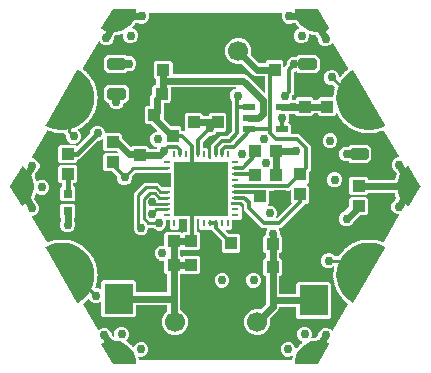
<source format=gbr>
G04 EAGLE Gerber RS-274X export*
G75*
%MOMM*%
%FSLAX34Y34*%
%LPD*%
%INTop Copper*%
%IPPOS*%
%AMOC8*
5,1,8,0,0,1.08239X$1,22.5*%
G01*
%ADD10R,0.800000X0.800000*%
%ADD11R,1.100000X1.000000*%
%ADD12C,0.499997*%
%ADD13C,1.000000*%
%ADD14C,1.700000*%
%ADD15R,0.600000X0.250000*%
%ADD16R,0.250000X0.600000*%
%ADD17R,4.600000X4.600000*%
%ADD18R,2.400000X2.600000*%
%ADD19R,1.000000X1.100000*%
%ADD20R,1.000000X0.600000*%
%ADD21C,0.756400*%
%ADD22C,0.609600*%
%ADD23C,0.254000*%
%ADD24C,0.406400*%
%ADD25C,0.304800*%

G36*
X304669Y256800D02*
X304669Y256800D01*
X304674Y256799D01*
X304767Y256820D01*
X304861Y256838D01*
X304865Y256841D01*
X304870Y256842D01*
X304948Y256898D01*
X305026Y256951D01*
X305029Y256955D01*
X305033Y256958D01*
X305084Y257040D01*
X305136Y257119D01*
X305136Y257124D01*
X305139Y257129D01*
X305171Y257306D01*
X305171Y271352D01*
X305170Y271357D01*
X305171Y271362D01*
X305150Y271455D01*
X305132Y271549D01*
X305129Y271553D01*
X305128Y271558D01*
X305072Y271636D01*
X305019Y271714D01*
X305015Y271717D01*
X305012Y271721D01*
X304930Y271772D01*
X304851Y271824D01*
X304846Y271824D01*
X304841Y271827D01*
X304664Y271859D01*
X304208Y271859D01*
X302719Y273348D01*
X302719Y282730D01*
X302718Y282735D01*
X302719Y282740D01*
X302698Y282833D01*
X302680Y282927D01*
X302677Y282931D01*
X302676Y282936D01*
X302620Y283014D01*
X302567Y283092D01*
X302563Y283095D01*
X302560Y283099D01*
X302478Y283150D01*
X302399Y283202D01*
X302394Y283202D01*
X302389Y283205D01*
X302212Y283237D01*
X299732Y283237D01*
X297408Y284200D01*
X295630Y285978D01*
X294667Y288302D01*
X294667Y290818D01*
X295630Y293142D01*
X297408Y294920D01*
X297970Y295153D01*
X299194Y295660D01*
X299732Y295883D01*
X302212Y295883D01*
X302217Y295884D01*
X302222Y295883D01*
X302315Y295904D01*
X302409Y295922D01*
X302413Y295925D01*
X302418Y295926D01*
X302496Y295982D01*
X302574Y296035D01*
X302577Y296039D01*
X302581Y296042D01*
X302632Y296124D01*
X302684Y296203D01*
X302684Y296208D01*
X302687Y296213D01*
X302719Y296390D01*
X302719Y305772D01*
X304208Y307261D01*
X317312Y307261D01*
X317776Y306797D01*
X317781Y306794D01*
X317784Y306790D01*
X317864Y306738D01*
X317943Y306686D01*
X317948Y306685D01*
X317953Y306682D01*
X318047Y306666D01*
X318140Y306648D01*
X318145Y306649D01*
X318151Y306648D01*
X318243Y306670D01*
X318336Y306690D01*
X318341Y306693D01*
X318346Y306694D01*
X318494Y306797D01*
X318958Y307261D01*
X321938Y307261D01*
X321943Y307262D01*
X321948Y307261D01*
X322041Y307282D01*
X322135Y307300D01*
X322139Y307303D01*
X322144Y307304D01*
X322222Y307360D01*
X322300Y307413D01*
X322303Y307417D01*
X322307Y307420D01*
X322358Y307502D01*
X322410Y307581D01*
X322410Y307586D01*
X322413Y307591D01*
X322445Y307768D01*
X322445Y318122D01*
X322444Y318127D01*
X322445Y318132D01*
X322424Y318225D01*
X322406Y318319D01*
X322403Y318323D01*
X322402Y318328D01*
X322346Y318406D01*
X322293Y318484D01*
X322289Y318487D01*
X322286Y318492D01*
X322204Y318542D01*
X322125Y318594D01*
X322120Y318595D01*
X322115Y318597D01*
X321938Y318629D01*
X315808Y318629D01*
X315803Y318628D01*
X315798Y318629D01*
X315705Y318608D01*
X315612Y318590D01*
X315607Y318587D01*
X315602Y318586D01*
X315524Y318530D01*
X315446Y318477D01*
X315443Y318473D01*
X315439Y318470D01*
X315388Y318388D01*
X315336Y318309D01*
X315336Y318304D01*
X315333Y318299D01*
X315301Y318122D01*
X315301Y311118D01*
X313812Y309629D01*
X309208Y309629D01*
X307719Y311118D01*
X307719Y317372D01*
X307718Y317377D01*
X307719Y317382D01*
X307698Y317475D01*
X307680Y317569D01*
X307677Y317573D01*
X307676Y317578D01*
X307620Y317656D01*
X307567Y317734D01*
X307563Y317737D01*
X307560Y317742D01*
X307478Y317792D01*
X307399Y317844D01*
X307394Y317845D01*
X307389Y317847D01*
X307212Y317879D01*
X304904Y317879D01*
X304900Y317879D01*
X304896Y317879D01*
X304802Y317859D01*
X304708Y317840D01*
X304704Y317837D01*
X304700Y317837D01*
X304621Y317781D01*
X304542Y317727D01*
X304540Y317724D01*
X304536Y317721D01*
X304485Y317639D01*
X304433Y317559D01*
X304432Y317555D01*
X304430Y317552D01*
X304414Y317456D01*
X304397Y317362D01*
X304398Y317358D01*
X304397Y317354D01*
X304435Y317178D01*
X304773Y316364D01*
X304773Y313848D01*
X303810Y311524D01*
X302032Y309746D01*
X300898Y309276D01*
X299708Y308783D01*
X297192Y308783D01*
X294868Y309746D01*
X293468Y311147D01*
X293461Y311151D01*
X293456Y311157D01*
X293378Y311206D01*
X293301Y311258D01*
X293293Y311259D01*
X293286Y311263D01*
X293109Y311295D01*
X290040Y311295D01*
X290035Y311294D01*
X290030Y311295D01*
X289937Y311274D01*
X289843Y311256D01*
X289839Y311253D01*
X289834Y311252D01*
X289756Y311196D01*
X289678Y311143D01*
X289675Y311139D01*
X289671Y311136D01*
X289620Y311054D01*
X289568Y310975D01*
X289568Y310970D01*
X289565Y310965D01*
X289533Y310788D01*
X289533Y309892D01*
X288570Y307568D01*
X286792Y305790D01*
X286637Y305726D01*
X286636Y305726D01*
X285412Y305218D01*
X284468Y304827D01*
X281952Y304827D01*
X279628Y305790D01*
X277850Y307568D01*
X276887Y309892D01*
X276887Y311873D01*
X276886Y311881D01*
X276887Y311889D01*
X276866Y311979D01*
X276859Y312012D01*
X276859Y340668D01*
X285442Y349251D01*
X297488Y349251D01*
X301110Y345629D01*
X301116Y345625D01*
X301121Y345619D01*
X301200Y345570D01*
X301277Y345518D01*
X301285Y345517D01*
X301291Y345513D01*
X301469Y345481D01*
X306708Y345481D01*
X306819Y345461D01*
X307962Y345461D01*
X307967Y345462D01*
X307972Y345461D01*
X308065Y345482D01*
X308159Y345500D01*
X308163Y345503D01*
X308168Y345504D01*
X308246Y345560D01*
X308324Y345613D01*
X308327Y345617D01*
X308331Y345620D01*
X308382Y345702D01*
X308434Y345781D01*
X308434Y345786D01*
X308437Y345791D01*
X308469Y345968D01*
X308469Y357372D01*
X308468Y357377D01*
X308469Y357382D01*
X308448Y357475D01*
X308430Y357569D01*
X308427Y357573D01*
X308426Y357578D01*
X308370Y357656D01*
X308317Y357734D01*
X308313Y357737D01*
X308310Y357742D01*
X308228Y357792D01*
X308149Y357844D01*
X308144Y357845D01*
X308139Y357847D01*
X307962Y357879D01*
X306819Y357879D01*
X306811Y357878D01*
X306803Y357879D01*
X306718Y357859D01*
X278460Y357859D01*
X278452Y357858D01*
X278444Y357859D01*
X278355Y357838D01*
X278263Y357820D01*
X278257Y357815D01*
X278249Y357813D01*
X278101Y357711D01*
X275711Y355321D01*
X275707Y355314D01*
X275701Y355310D01*
X275651Y355230D01*
X275600Y355154D01*
X275599Y355146D01*
X275595Y355139D01*
X275563Y354962D01*
X275563Y352582D01*
X274600Y350258D01*
X272822Y348480D01*
X272471Y348335D01*
X271246Y347827D01*
X270498Y347517D01*
X267982Y347517D01*
X265658Y348480D01*
X263880Y350258D01*
X262917Y352582D01*
X262917Y354563D01*
X262916Y354571D01*
X262917Y354579D01*
X262896Y354669D01*
X262878Y354760D01*
X262873Y354766D01*
X262871Y354774D01*
X262769Y354922D01*
X258840Y358851D01*
X258834Y358855D01*
X258829Y358861D01*
X258750Y358910D01*
X258673Y358962D01*
X258665Y358963D01*
X258659Y358967D01*
X258481Y358999D01*
X252528Y358999D01*
X251039Y360488D01*
X251039Y372592D01*
X252528Y374081D01*
X263221Y374081D01*
X263224Y374081D01*
X263226Y374081D01*
X263321Y374101D01*
X263418Y374120D01*
X263420Y374122D01*
X263422Y374122D01*
X263503Y374178D01*
X263583Y374233D01*
X263585Y374235D01*
X263587Y374237D01*
X263640Y374320D01*
X263693Y374401D01*
X263693Y374404D01*
X263694Y374406D01*
X263711Y374502D01*
X263728Y374598D01*
X263728Y374601D01*
X263728Y374603D01*
X263706Y374697D01*
X263685Y374794D01*
X263683Y374796D01*
X263682Y374799D01*
X263580Y374947D01*
X262676Y375851D01*
X262669Y375855D01*
X262665Y375861D01*
X262586Y375910D01*
X262509Y375962D01*
X262501Y375963D01*
X262494Y375967D01*
X262317Y375999D01*
X252528Y375999D01*
X251039Y377488D01*
X251039Y385653D01*
X251039Y385656D01*
X251039Y385658D01*
X251019Y385754D01*
X251000Y385849D01*
X250998Y385852D01*
X250998Y385854D01*
X250941Y385935D01*
X250887Y386015D01*
X250885Y386017D01*
X250883Y386019D01*
X250800Y386072D01*
X250719Y386125D01*
X250716Y386125D01*
X250714Y386126D01*
X250618Y386143D01*
X250522Y386160D01*
X250519Y386160D01*
X250517Y386160D01*
X250423Y386138D01*
X250326Y386117D01*
X250324Y386115D01*
X250321Y386114D01*
X250173Y386012D01*
X249962Y385800D01*
X248909Y385364D01*
X247685Y384857D01*
X247684Y384857D01*
X247638Y384837D01*
X246734Y384837D01*
X246726Y384836D01*
X246719Y384837D01*
X246629Y384816D01*
X246538Y384798D01*
X246531Y384793D01*
X246524Y384791D01*
X246376Y384689D01*
X230851Y369164D01*
X229834Y369164D01*
X229829Y369163D01*
X229823Y369164D01*
X229730Y369143D01*
X229637Y369124D01*
X229633Y369122D01*
X229628Y369120D01*
X229550Y369065D01*
X229471Y369012D01*
X229469Y369007D01*
X229464Y369004D01*
X229414Y368923D01*
X229362Y368844D01*
X229361Y368839D01*
X229359Y368834D01*
X229327Y368657D01*
X229327Y367684D01*
X227838Y366196D01*
X214733Y366196D01*
X213245Y367684D01*
X213245Y379789D01*
X214733Y381278D01*
X227838Y381278D01*
X228576Y380540D01*
X228580Y380537D01*
X228583Y380533D01*
X228663Y380482D01*
X228743Y380429D01*
X228748Y380428D01*
X228752Y380425D01*
X228846Y380409D01*
X228940Y380391D01*
X228945Y380392D01*
X228950Y380392D01*
X229042Y380413D01*
X229136Y380433D01*
X229140Y380436D01*
X229145Y380437D01*
X229293Y380540D01*
X239909Y391156D01*
X239913Y391162D01*
X239919Y391167D01*
X239968Y391245D01*
X240020Y391322D01*
X240021Y391330D01*
X240025Y391337D01*
X240057Y391514D01*
X240057Y392418D01*
X241020Y394742D01*
X242798Y396520D01*
X242997Y396603D01*
X242998Y396603D01*
X244222Y397110D01*
X245122Y397483D01*
X247638Y397483D01*
X249962Y396520D01*
X251740Y394742D01*
X252703Y392418D01*
X252703Y391588D01*
X252704Y391583D01*
X252703Y391578D01*
X252724Y391485D01*
X252742Y391391D01*
X252745Y391387D01*
X252746Y391382D01*
X252802Y391304D01*
X252855Y391226D01*
X252859Y391223D01*
X252862Y391219D01*
X252944Y391168D01*
X253023Y391116D01*
X253028Y391116D01*
X253033Y391113D01*
X253210Y391081D01*
X265632Y391081D01*
X267121Y389592D01*
X267121Y387423D01*
X267121Y387422D01*
X267122Y387419D01*
X267122Y387415D01*
X267121Y387408D01*
X267142Y387318D01*
X267160Y387227D01*
X267165Y387220D01*
X267167Y387212D01*
X267269Y387064D01*
X274482Y379852D01*
X274486Y379849D01*
X274489Y379845D01*
X274569Y379794D01*
X274649Y379741D01*
X274654Y379740D01*
X274658Y379737D01*
X274752Y379721D01*
X274845Y379704D01*
X274851Y379705D01*
X274856Y379704D01*
X274948Y379725D01*
X275042Y379745D01*
X275046Y379748D01*
X275051Y379749D01*
X275199Y379852D01*
X275888Y380541D01*
X287992Y380541D01*
X289481Y379052D01*
X289481Y378755D01*
X289482Y378750D01*
X289481Y378745D01*
X289502Y378652D01*
X289520Y378559D01*
X289523Y378554D01*
X289524Y378549D01*
X289580Y378471D01*
X289633Y378393D01*
X289637Y378390D01*
X289640Y378386D01*
X289722Y378335D01*
X289801Y378284D01*
X289806Y378283D01*
X289811Y378280D01*
X289988Y378248D01*
X296450Y378248D01*
X296457Y378249D01*
X296463Y378248D01*
X296554Y378269D01*
X296647Y378287D01*
X296652Y378291D01*
X296658Y378293D01*
X296735Y378347D01*
X296812Y378400D01*
X296816Y378406D01*
X296821Y378409D01*
X296919Y378561D01*
X297124Y379056D01*
X297124Y379060D01*
X297127Y379063D01*
X297144Y379158D01*
X297162Y379253D01*
X297162Y379256D01*
X297162Y379260D01*
X297141Y379354D01*
X297122Y379449D01*
X297120Y379452D01*
X297119Y379456D01*
X297063Y379534D01*
X297008Y379614D01*
X297005Y379616D01*
X297003Y379619D01*
X296921Y379670D01*
X296840Y379723D01*
X296836Y379723D01*
X296832Y379725D01*
X296655Y379757D01*
X295922Y379757D01*
X293598Y380720D01*
X291820Y382498D01*
X290857Y384822D01*
X290857Y387338D01*
X291820Y389662D01*
X293598Y391440D01*
X293815Y391530D01*
X293816Y391530D01*
X295040Y392037D01*
X295922Y392403D01*
X296579Y392403D01*
X296582Y392403D01*
X296584Y392403D01*
X296679Y392423D01*
X296776Y392442D01*
X296778Y392444D01*
X296780Y392444D01*
X296861Y392500D01*
X296941Y392555D01*
X296943Y392557D01*
X296945Y392559D01*
X296998Y392642D01*
X297051Y392723D01*
X297051Y392726D01*
X297052Y392728D01*
X297069Y392823D01*
X297086Y392920D01*
X297086Y392923D01*
X297086Y392925D01*
X297064Y393019D01*
X297043Y393116D01*
X297041Y393118D01*
X297040Y393121D01*
X296938Y393269D01*
X291496Y398711D01*
X291489Y398715D01*
X291485Y398721D01*
X291406Y398770D01*
X291329Y398822D01*
X291321Y398823D01*
X291314Y398827D01*
X291137Y398859D01*
X287698Y398859D01*
X286209Y400348D01*
X286209Y412452D01*
X287698Y413941D01*
X290694Y413941D01*
X290699Y413942D01*
X290704Y413941D01*
X290797Y413962D01*
X290891Y413980D01*
X290895Y413983D01*
X290900Y413984D01*
X290978Y414040D01*
X291056Y414093D01*
X291059Y414097D01*
X291063Y414100D01*
X291114Y414182D01*
X291166Y414261D01*
X291166Y414266D01*
X291169Y414271D01*
X291201Y414448D01*
X291201Y421482D01*
X292052Y423536D01*
X292411Y423894D01*
X292415Y423901D01*
X292421Y423905D01*
X292470Y423984D01*
X292522Y424061D01*
X292523Y424069D01*
X292527Y424076D01*
X292559Y424253D01*
X292559Y430232D01*
X294048Y431721D01*
X295774Y431721D01*
X295779Y431722D01*
X295784Y431721D01*
X295877Y431742D01*
X295971Y431760D01*
X295975Y431763D01*
X295980Y431764D01*
X296058Y431820D01*
X296136Y431873D01*
X296139Y431877D01*
X296143Y431880D01*
X296194Y431962D01*
X296246Y432041D01*
X296246Y432046D01*
X296249Y432051D01*
X296281Y432228D01*
X296281Y436452D01*
X296280Y436457D01*
X296281Y436462D01*
X296260Y436555D01*
X296242Y436649D01*
X296239Y436653D01*
X296238Y436658D01*
X296182Y436736D01*
X296129Y436814D01*
X296125Y436817D01*
X296122Y436821D01*
X296040Y436872D01*
X295961Y436924D01*
X295956Y436924D01*
X295951Y436927D01*
X295774Y436959D01*
X295318Y436959D01*
X293829Y438448D01*
X293829Y450552D01*
X295318Y452041D01*
X308422Y452041D01*
X309911Y450552D01*
X309911Y441706D01*
X309912Y441702D01*
X309911Y441698D01*
X309911Y441697D01*
X309911Y441696D01*
X309932Y441603D01*
X309950Y441509D01*
X309953Y441505D01*
X309954Y441500D01*
X310010Y441422D01*
X310063Y441344D01*
X310067Y441341D01*
X310070Y441337D01*
X310152Y441286D01*
X310231Y441234D01*
X310236Y441234D01*
X310241Y441231D01*
X310418Y441199D01*
X370682Y441199D01*
X372736Y440348D01*
X374379Y438704D01*
X387499Y425584D01*
X387502Y425583D01*
X387503Y425581D01*
X387584Y425528D01*
X387666Y425473D01*
X387669Y425473D01*
X387671Y425471D01*
X387767Y425454D01*
X387863Y425436D01*
X387866Y425436D01*
X387868Y425436D01*
X387965Y425457D01*
X388059Y425477D01*
X388061Y425479D01*
X388064Y425479D01*
X388144Y425536D01*
X388224Y425592D01*
X388225Y425594D01*
X388227Y425595D01*
X388279Y425678D01*
X388331Y425761D01*
X388332Y425763D01*
X388333Y425766D01*
X388365Y425943D01*
X388365Y439039D01*
X388364Y439044D01*
X388365Y439049D01*
X388344Y439142D01*
X388326Y439236D01*
X388323Y439240D01*
X388322Y439245D01*
X388266Y439323D01*
X388213Y439401D01*
X388209Y439404D01*
X388206Y439408D01*
X388124Y439459D01*
X388045Y439511D01*
X388040Y439511D01*
X388035Y439514D01*
X387858Y439546D01*
X379973Y439546D01*
X377919Y440397D01*
X368581Y449735D01*
X368576Y449739D01*
X368572Y449744D01*
X368493Y449794D01*
X368414Y449846D01*
X368408Y449847D01*
X368402Y449851D01*
X368309Y449866D01*
X368217Y449884D01*
X368211Y449882D01*
X368204Y449883D01*
X368028Y449845D01*
X367882Y449785D01*
X367676Y449699D01*
X363284Y449699D01*
X359226Y451380D01*
X356120Y454486D01*
X354439Y458544D01*
X354439Y462936D01*
X356120Y466994D01*
X359226Y470100D01*
X359356Y470154D01*
X360581Y470661D01*
X361805Y471168D01*
X363030Y471676D01*
X363284Y471781D01*
X367676Y471781D01*
X371734Y470100D01*
X374840Y466994D01*
X376521Y462936D01*
X376521Y458544D01*
X376375Y458192D01*
X376374Y458185D01*
X376370Y458180D01*
X376354Y458087D01*
X376336Y457995D01*
X376338Y457989D01*
X376336Y457982D01*
X376358Y457891D01*
X376377Y457799D01*
X376381Y457793D01*
X376382Y457787D01*
X376485Y457639D01*
X383251Y450872D01*
X383258Y450868D01*
X383262Y450862D01*
X383341Y450813D01*
X383418Y450761D01*
X383426Y450760D01*
X383433Y450756D01*
X383610Y450724D01*
X388192Y450724D01*
X388197Y450725D01*
X388202Y450724D01*
X388295Y450745D01*
X388389Y450763D01*
X388393Y450766D01*
X388398Y450767D01*
X388476Y450823D01*
X388554Y450876D01*
X388557Y450880D01*
X388561Y450883D01*
X388612Y450965D01*
X388664Y451044D01*
X388664Y451049D01*
X388667Y451054D01*
X388699Y451231D01*
X388699Y451442D01*
X390188Y452931D01*
X402292Y452931D01*
X403781Y451442D01*
X403781Y447584D01*
X403781Y447581D01*
X403781Y447579D01*
X403801Y447484D01*
X403820Y447387D01*
X403822Y447385D01*
X403822Y447382D01*
X403878Y447302D01*
X403933Y447221D01*
X403935Y447220D01*
X403937Y447218D01*
X404020Y447165D01*
X404101Y447112D01*
X404104Y447112D01*
X404106Y447110D01*
X404202Y447094D01*
X404298Y447077D01*
X404301Y447077D01*
X404303Y447077D01*
X404398Y447099D01*
X404494Y447120D01*
X404496Y447122D01*
X404499Y447122D01*
X404647Y447225D01*
X406279Y448857D01*
X406283Y448864D01*
X406289Y448868D01*
X406338Y448947D01*
X406390Y449024D01*
X406391Y449032D01*
X406395Y449038D01*
X406427Y449216D01*
X406427Y450838D01*
X407390Y453162D01*
X409168Y454940D01*
X410384Y455444D01*
X411492Y455903D01*
X414008Y455903D01*
X414481Y455707D01*
X414488Y455705D01*
X414493Y455702D01*
X414586Y455686D01*
X414678Y455668D01*
X414684Y455669D01*
X414691Y455668D01*
X414782Y455689D01*
X414874Y455709D01*
X414880Y455712D01*
X414886Y455714D01*
X415034Y455817D01*
X416338Y457121D01*
X431514Y457121D01*
X434467Y454168D01*
X434467Y444992D01*
X431514Y442039D01*
X416338Y442039D01*
X415034Y443343D01*
X415028Y443347D01*
X415025Y443352D01*
X414946Y443402D01*
X414867Y443454D01*
X414861Y443456D01*
X414855Y443459D01*
X414762Y443474D01*
X414670Y443492D01*
X414664Y443491D01*
X414657Y443492D01*
X414481Y443453D01*
X414008Y443257D01*
X412877Y443257D01*
X412872Y443256D01*
X412867Y443257D01*
X412774Y443236D01*
X412680Y443218D01*
X412676Y443215D01*
X412671Y443214D01*
X412593Y443158D01*
X412515Y443105D01*
X412512Y443101D01*
X412508Y443098D01*
X412457Y443016D01*
X412405Y442937D01*
X412405Y442932D01*
X412402Y442927D01*
X412370Y442750D01*
X412370Y424401D01*
X411601Y423633D01*
X411597Y423626D01*
X411591Y423622D01*
X411542Y423543D01*
X411490Y423466D01*
X411489Y423458D01*
X411485Y423452D01*
X411453Y423274D01*
X411453Y421652D01*
X410927Y420384D01*
X410927Y420380D01*
X410925Y420377D01*
X410907Y420282D01*
X410889Y420187D01*
X410890Y420184D01*
X410889Y420180D01*
X410910Y420083D01*
X410929Y419991D01*
X410932Y419988D01*
X410932Y419984D01*
X410989Y419905D01*
X411043Y419826D01*
X411046Y419824D01*
X411048Y419821D01*
X411130Y419770D01*
X411212Y419717D01*
X411215Y419717D01*
X411219Y419715D01*
X411396Y419683D01*
X412738Y419683D01*
X413398Y419409D01*
X413402Y419409D01*
X413405Y419406D01*
X413500Y419389D01*
X413595Y419371D01*
X413598Y419371D01*
X413602Y419371D01*
X413696Y419392D01*
X413791Y419411D01*
X413794Y419413D01*
X413798Y419414D01*
X413877Y419470D01*
X413956Y419525D01*
X413958Y419528D01*
X413961Y419530D01*
X414013Y419613D01*
X414065Y419693D01*
X414065Y419697D01*
X414067Y419701D01*
X414099Y419878D01*
X414099Y420182D01*
X415588Y421671D01*
X427692Y421671D01*
X429181Y420182D01*
X429181Y419726D01*
X429182Y419721D01*
X429181Y419716D01*
X429202Y419623D01*
X429220Y419529D01*
X429223Y419525D01*
X429224Y419520D01*
X429280Y419442D01*
X429333Y419364D01*
X429337Y419361D01*
X429340Y419357D01*
X429422Y419306D01*
X429501Y419254D01*
X429506Y419254D01*
X429511Y419251D01*
X429688Y419219D01*
X432642Y419219D01*
X432647Y419220D01*
X432652Y419219D01*
X432745Y419240D01*
X432839Y419258D01*
X432843Y419261D01*
X432848Y419262D01*
X432926Y419318D01*
X433004Y419371D01*
X433007Y419375D01*
X433011Y419378D01*
X433062Y419460D01*
X433114Y419539D01*
X433114Y419544D01*
X433117Y419549D01*
X433149Y419726D01*
X433149Y420182D01*
X434638Y421671D01*
X445457Y421671D01*
X445481Y421676D01*
X445505Y421673D01*
X445578Y421695D01*
X445653Y421710D01*
X445674Y421724D01*
X445697Y421731D01*
X445756Y421780D01*
X445819Y421823D01*
X445833Y421843D01*
X445851Y421859D01*
X445887Y421927D01*
X445929Y421991D01*
X445933Y422015D01*
X445944Y422037D01*
X445954Y422134D01*
X445964Y422188D01*
X445961Y422201D01*
X445963Y422216D01*
X445961Y422240D01*
X446021Y422310D01*
X446056Y422372D01*
X446097Y422429D01*
X446105Y422460D01*
X446119Y422485D01*
X446125Y422536D01*
X446142Y422603D01*
X446270Y424301D01*
X446262Y424371D01*
X446261Y424442D01*
X446249Y424472D01*
X446246Y424500D01*
X446220Y424544D01*
X446194Y424609D01*
X446145Y424687D01*
X446367Y425655D01*
X446367Y425690D01*
X446378Y425730D01*
X446452Y426721D01*
X446522Y426781D01*
X446566Y426837D01*
X446615Y426887D01*
X446628Y426917D01*
X446645Y426939D01*
X446659Y426989D01*
X446686Y427053D01*
X447065Y428713D01*
X447067Y428783D01*
X447077Y428853D01*
X447070Y428885D01*
X447071Y428913D01*
X447052Y428961D01*
X447036Y429028D01*
X446999Y429113D01*
X447265Y429791D01*
X447266Y429792D01*
X447267Y429794D01*
X447283Y429889D01*
X447300Y429988D01*
X447300Y429990D01*
X447300Y429992D01*
X447278Y430087D01*
X447256Y430184D01*
X447255Y430185D01*
X447255Y430187D01*
X447152Y430335D01*
X445582Y431905D01*
X445576Y431909D01*
X445571Y431915D01*
X445492Y431964D01*
X445415Y432016D01*
X445407Y432017D01*
X445401Y432021D01*
X445223Y432053D01*
X443242Y432053D01*
X440918Y433016D01*
X439140Y434794D01*
X438177Y437118D01*
X438177Y439634D01*
X439140Y441958D01*
X440918Y443736D01*
X441017Y443777D01*
X442241Y444284D01*
X443242Y444699D01*
X445758Y444699D01*
X448082Y443736D01*
X449860Y441958D01*
X450823Y439634D01*
X450823Y439268D01*
X450836Y439201D01*
X450841Y439132D01*
X450856Y439104D01*
X450862Y439072D01*
X450901Y439015D01*
X450932Y438954D01*
X450957Y438933D01*
X450975Y438906D01*
X451033Y438869D01*
X451085Y438824D01*
X451116Y438814D01*
X451143Y438797D01*
X451211Y438785D01*
X451276Y438764D01*
X451308Y438767D01*
X451340Y438761D01*
X451408Y438776D01*
X451476Y438783D01*
X451504Y438798D01*
X451536Y438805D01*
X451592Y438845D01*
X451653Y438877D01*
X451675Y438904D01*
X451699Y438921D01*
X451726Y438964D01*
X451769Y439015D01*
X451783Y439039D01*
X451872Y439063D01*
X451935Y439094D01*
X452002Y439118D01*
X452027Y439139D01*
X452052Y439152D01*
X452085Y439191D01*
X452137Y439236D01*
X453200Y440567D01*
X453232Y440630D01*
X453271Y440689D01*
X453278Y440721D01*
X453291Y440746D01*
X453295Y440797D01*
X453310Y440865D01*
X453313Y440956D01*
X454042Y441632D01*
X454062Y441660D01*
X454094Y441688D01*
X454713Y442464D01*
X454805Y442475D01*
X454872Y442496D01*
X454941Y442510D01*
X454969Y442527D01*
X454996Y442536D01*
X455035Y442569D01*
X455093Y442607D01*
X456342Y443764D01*
X456383Y443822D01*
X456431Y443874D01*
X456442Y443904D01*
X456459Y443927D01*
X456470Y443977D01*
X456495Y444042D01*
X456512Y444132D01*
X457333Y444692D01*
X457357Y444716D01*
X457393Y444739D01*
X458144Y445436D01*
X458173Y445476D01*
X458210Y445509D01*
X458231Y445557D01*
X458261Y445599D01*
X458273Y445647D01*
X458293Y445692D01*
X458295Y445743D01*
X458306Y445794D01*
X458298Y445843D01*
X458300Y445892D01*
X458280Y445946D01*
X458272Y445991D01*
X458253Y446021D01*
X458239Y446062D01*
X445725Y467737D01*
X445678Y467789D01*
X445639Y467847D01*
X445613Y467864D01*
X445592Y467887D01*
X445529Y467918D01*
X445470Y467956D01*
X445440Y467961D01*
X445412Y467974D01*
X445342Y467978D01*
X445273Y467990D01*
X445242Y467983D01*
X445212Y467985D01*
X445146Y467961D01*
X445077Y467946D01*
X445052Y467928D01*
X445023Y467917D01*
X444971Y467870D01*
X444914Y467829D01*
X444896Y467801D01*
X444875Y467782D01*
X444854Y467735D01*
X444817Y467677D01*
X444780Y467588D01*
X443002Y465810D01*
X442276Y465509D01*
X441052Y465002D01*
X441051Y465002D01*
X440678Y464847D01*
X438162Y464847D01*
X435838Y465810D01*
X434060Y467588D01*
X433097Y469912D01*
X433097Y470770D01*
X433089Y470813D01*
X433090Y470857D01*
X433067Y470918D01*
X433058Y470966D01*
X433040Y470992D01*
X433028Y471026D01*
X431373Y473853D01*
X431358Y473869D01*
X431350Y473888D01*
X431292Y473943D01*
X431239Y474002D01*
X431220Y474011D01*
X431204Y474026D01*
X431107Y474065D01*
X431058Y474088D01*
X431048Y474089D01*
X431037Y474093D01*
X430169Y474271D01*
X430132Y474271D01*
X430088Y474281D01*
X429116Y474322D01*
X429039Y474406D01*
X428984Y474446D01*
X428935Y474492D01*
X428901Y474506D01*
X428877Y474524D01*
X428828Y474535D01*
X428768Y474559D01*
X428013Y474714D01*
X427945Y474714D01*
X427878Y474724D01*
X427843Y474715D01*
X427813Y474715D01*
X427767Y474696D01*
X427703Y474680D01*
X427599Y474633D01*
X426690Y474979D01*
X426653Y474985D01*
X426611Y475002D01*
X426032Y475121D01*
X425975Y475121D01*
X425920Y475131D01*
X425876Y475122D01*
X425832Y475122D01*
X425779Y475100D01*
X425724Y475088D01*
X425688Y475062D01*
X425647Y475045D01*
X425607Y475005D01*
X425561Y474972D01*
X425537Y474934D01*
X425506Y474902D01*
X425485Y474850D01*
X425455Y474802D01*
X425446Y474753D01*
X425431Y474716D01*
X425432Y474675D01*
X425423Y474624D01*
X425423Y472452D01*
X424460Y470128D01*
X422682Y468350D01*
X421947Y468046D01*
X420723Y467538D01*
X420722Y467538D01*
X420358Y467387D01*
X417842Y467387D01*
X415518Y468350D01*
X413740Y470128D01*
X412777Y472452D01*
X412777Y474968D01*
X413740Y477292D01*
X415518Y479070D01*
X416035Y479284D01*
X416036Y479284D01*
X417045Y479702D01*
X417069Y479719D01*
X417097Y479728D01*
X417152Y479774D01*
X417211Y479814D01*
X417227Y479839D01*
X417250Y479858D01*
X417282Y479922D01*
X417321Y479982D01*
X417327Y480011D01*
X417340Y480037D01*
X417345Y480108D01*
X417358Y480179D01*
X417352Y480207D01*
X417354Y480237D01*
X417330Y480305D01*
X417315Y480375D01*
X417298Y480399D01*
X417289Y480426D01*
X417232Y480493D01*
X417200Y480539D01*
X417185Y480548D01*
X417172Y480564D01*
X416727Y480927D01*
X416716Y481041D01*
X416696Y481106D01*
X416685Y481173D01*
X416666Y481204D01*
X416657Y481233D01*
X416625Y481271D01*
X416591Y481327D01*
X416081Y481904D01*
X416027Y481945D01*
X415979Y481992D01*
X415946Y482006D01*
X415922Y482025D01*
X415873Y482037D01*
X415813Y482063D01*
X415702Y482088D01*
X415182Y482911D01*
X415157Y482938D01*
X415133Y482976D01*
X414489Y483706D01*
X414496Y483820D01*
X414487Y483887D01*
X414486Y483955D01*
X414473Y483988D01*
X414469Y484018D01*
X414449Y484052D01*
X414448Y484059D01*
X414438Y484073D01*
X414419Y484122D01*
X414404Y484145D01*
X414376Y484174D01*
X414366Y484191D01*
X414359Y484196D01*
X414339Y484227D01*
X414299Y484255D01*
X414266Y484290D01*
X414218Y484311D01*
X414174Y484341D01*
X414122Y484353D01*
X414082Y484370D01*
X414044Y484371D01*
X413998Y484381D01*
X411360Y484501D01*
X411339Y484498D01*
X411319Y484501D01*
X411214Y484478D01*
X411162Y484470D01*
X411153Y484465D01*
X411142Y484463D01*
X410695Y484278D01*
X409787Y483901D01*
X407272Y483901D01*
X404948Y484864D01*
X403169Y486643D01*
X402207Y488967D01*
X402207Y491482D01*
X402612Y492460D01*
X402613Y492464D01*
X402615Y492467D01*
X402632Y492562D01*
X402651Y492657D01*
X402650Y492660D01*
X402650Y492664D01*
X402629Y492758D01*
X402610Y492853D01*
X402608Y492856D01*
X402607Y492860D01*
X402551Y492938D01*
X402496Y493018D01*
X402493Y493020D01*
X402491Y493023D01*
X402409Y493074D01*
X402328Y493127D01*
X402324Y493127D01*
X402321Y493129D01*
X402143Y493161D01*
X290261Y493161D01*
X290257Y493160D01*
X290253Y493161D01*
X290159Y493141D01*
X290064Y493122D01*
X290061Y493119D01*
X290057Y493119D01*
X289978Y493063D01*
X289898Y493009D01*
X289896Y493006D01*
X289893Y493003D01*
X289841Y492921D01*
X289789Y492841D01*
X289789Y492837D01*
X289786Y492834D01*
X289771Y492738D01*
X289754Y492644D01*
X289754Y492640D01*
X289754Y492636D01*
X289792Y492460D01*
X290197Y491482D01*
X290197Y488966D01*
X289235Y486643D01*
X287456Y484864D01*
X287265Y484785D01*
X286040Y484278D01*
X285132Y483901D01*
X282617Y483901D01*
X281262Y484463D01*
X281241Y484467D01*
X281223Y484477D01*
X281117Y484491D01*
X281065Y484501D01*
X281055Y484499D01*
X281044Y484501D01*
X278406Y484381D01*
X278354Y484368D01*
X278302Y484365D01*
X278258Y484344D01*
X278211Y484332D01*
X278169Y484301D01*
X278121Y484278D01*
X278085Y484238D01*
X278051Y484212D01*
X278033Y484183D01*
X278024Y484175D01*
X278019Y484166D01*
X278000Y484145D01*
X277985Y484122D01*
X277962Y484062D01*
X277949Y484039D01*
X277949Y484035D01*
X277929Y483999D01*
X277925Y483963D01*
X277914Y483934D01*
X277916Y483885D01*
X277908Y483820D01*
X277915Y483706D01*
X277271Y482976D01*
X277252Y482944D01*
X277222Y482911D01*
X276702Y482088D01*
X276591Y482063D01*
X276529Y482035D01*
X276464Y482016D01*
X276436Y481993D01*
X276408Y481981D01*
X276374Y481944D01*
X276323Y481904D01*
X275813Y481327D01*
X275779Y481268D01*
X275738Y481215D01*
X275728Y481180D01*
X275712Y481153D01*
X275706Y481104D01*
X275688Y481041D01*
X275677Y480927D01*
X275574Y480843D01*
X275555Y480820D01*
X275531Y480804D01*
X275492Y480743D01*
X275447Y480688D01*
X275438Y480660D01*
X275422Y480635D01*
X275410Y480564D01*
X275390Y480496D01*
X275393Y480467D01*
X275388Y480438D01*
X275404Y480368D01*
X275411Y480296D01*
X275426Y480271D01*
X275432Y480242D01*
X275474Y480184D01*
X275509Y480121D01*
X275532Y480103D01*
X275549Y480079D01*
X275622Y480032D01*
X275667Y479997D01*
X275684Y479993D01*
X275701Y479982D01*
X277902Y479070D01*
X279680Y477292D01*
X280643Y474968D01*
X280643Y472452D01*
X279680Y470128D01*
X277902Y468350D01*
X277167Y468046D01*
X275943Y467538D01*
X275942Y467538D01*
X275578Y467387D01*
X273062Y467387D01*
X270738Y468350D01*
X268960Y470128D01*
X267997Y472452D01*
X267997Y475013D01*
X267999Y475021D01*
X268019Y475114D01*
X268018Y475118D01*
X268019Y475123D01*
X267999Y475217D01*
X267982Y475311D01*
X267979Y475315D01*
X267978Y475320D01*
X267924Y475399D01*
X267872Y475478D01*
X267868Y475481D01*
X267865Y475485D01*
X267784Y475537D01*
X267705Y475590D01*
X267700Y475591D01*
X267696Y475593D01*
X267602Y475610D01*
X267508Y475628D01*
X267503Y475627D01*
X267499Y475628D01*
X267459Y475619D01*
X267331Y475595D01*
X267052Y475489D01*
X266995Y475452D01*
X266933Y475424D01*
X266909Y475398D01*
X266883Y475382D01*
X266854Y475341D01*
X266809Y475294D01*
X266746Y475198D01*
X265793Y475002D01*
X265759Y474988D01*
X265714Y474979D01*
X264805Y474633D01*
X264700Y474680D01*
X264635Y474695D01*
X264571Y474719D01*
X264535Y474718D01*
X264505Y474724D01*
X264456Y474716D01*
X264391Y474714D01*
X263637Y474559D01*
X263574Y474533D01*
X263509Y474515D01*
X263480Y474493D01*
X263452Y474481D01*
X263417Y474445D01*
X263365Y474406D01*
X263288Y474322D01*
X262316Y474281D01*
X262279Y474272D01*
X262235Y474271D01*
X261790Y474180D01*
X261765Y474169D01*
X261738Y474166D01*
X261673Y474131D01*
X261605Y474102D01*
X261586Y474082D01*
X261563Y474069D01*
X261526Y474025D01*
X261519Y474020D01*
X261508Y474002D01*
X261505Y473998D01*
X261465Y473958D01*
X261460Y473943D01*
X261448Y473930D01*
X260324Y471908D01*
X260313Y471872D01*
X260293Y471839D01*
X260280Y471768D01*
X260264Y471717D01*
X260266Y471692D01*
X260261Y471662D01*
X260261Y470665D01*
X259298Y468341D01*
X257519Y466563D01*
X257426Y466524D01*
X256201Y466017D01*
X255196Y465600D01*
X252680Y465600D01*
X250356Y466563D01*
X248578Y468341D01*
X248324Y468954D01*
X248285Y469012D01*
X248253Y469074D01*
X248229Y469094D01*
X248212Y469120D01*
X248154Y469159D01*
X248100Y469204D01*
X248071Y469213D01*
X248045Y469230D01*
X247976Y469243D01*
X247909Y469264D01*
X247878Y469261D01*
X247848Y469267D01*
X247779Y469252D01*
X247709Y469245D01*
X247682Y469231D01*
X247652Y469224D01*
X247594Y469184D01*
X247532Y469151D01*
X247511Y469125D01*
X247488Y469109D01*
X247460Y469066D01*
X247416Y469013D01*
X234165Y446062D01*
X234150Y446015D01*
X234125Y445972D01*
X234118Y445921D01*
X234101Y445872D01*
X234105Y445822D01*
X234099Y445773D01*
X234112Y445723D01*
X234116Y445672D01*
X234138Y445628D01*
X234151Y445580D01*
X234186Y445534D01*
X234207Y445493D01*
X234234Y445470D01*
X234260Y445436D01*
X235011Y444739D01*
X235041Y444721D01*
X235071Y444692D01*
X235892Y444132D01*
X235909Y444042D01*
X235935Y443977D01*
X235954Y443908D01*
X235974Y443882D01*
X235984Y443856D01*
X236021Y443820D01*
X236062Y443764D01*
X237311Y442607D01*
X237371Y442570D01*
X237427Y442526D01*
X237458Y442517D01*
X237482Y442502D01*
X237533Y442494D01*
X237599Y442475D01*
X237691Y442464D01*
X238310Y441688D01*
X238337Y441665D01*
X238362Y441632D01*
X239091Y440956D01*
X239094Y440865D01*
X239111Y440796D01*
X239119Y440726D01*
X239134Y440697D01*
X239141Y440670D01*
X239172Y440628D01*
X239204Y440567D01*
X240267Y439236D01*
X240321Y439191D01*
X240369Y439140D01*
X240399Y439126D01*
X240420Y439108D01*
X240469Y439092D01*
X240532Y439063D01*
X240621Y439039D01*
X241118Y438179D01*
X241141Y438153D01*
X241161Y438116D01*
X241780Y437339D01*
X241770Y437248D01*
X241776Y437178D01*
X241774Y437107D01*
X241785Y437076D01*
X241787Y437048D01*
X241811Y437003D01*
X241835Y436938D01*
X242687Y435463D01*
X242733Y435410D01*
X242773Y435352D01*
X242801Y435334D01*
X242819Y435313D01*
X242866Y435291D01*
X242923Y435252D01*
X243008Y435215D01*
X243371Y434290D01*
X243390Y434261D01*
X243404Y434222D01*
X243901Y433362D01*
X243877Y433273D01*
X243873Y433203D01*
X243860Y433133D01*
X243866Y433101D01*
X243865Y433073D01*
X243881Y433024D01*
X243895Y432956D01*
X244518Y431372D01*
X244522Y431365D01*
X244524Y431357D01*
X244556Y431311D01*
X244587Y431249D01*
X244611Y431227D01*
X244626Y431203D01*
X244639Y431194D01*
X244640Y431194D01*
X244642Y431192D01*
X244669Y431174D01*
X244720Y431127D01*
X244798Y431078D01*
X245019Y430110D01*
X245034Y430078D01*
X245042Y430038D01*
X245405Y429113D01*
X245368Y429028D01*
X245353Y428959D01*
X245330Y428892D01*
X245332Y428860D01*
X245326Y428832D01*
X245335Y428782D01*
X245339Y428713D01*
X245718Y427053D01*
X245747Y426988D01*
X245768Y426921D01*
X245789Y426895D01*
X245800Y426870D01*
X245838Y426835D01*
X245882Y426781D01*
X245952Y426721D01*
X246026Y425730D01*
X246036Y425697D01*
X246037Y425655D01*
X246259Y424687D01*
X246210Y424609D01*
X246185Y424543D01*
X246152Y424480D01*
X246149Y424448D01*
X246139Y424421D01*
X246141Y424370D01*
X246134Y424301D01*
X246262Y422603D01*
X246281Y422535D01*
X246292Y422465D01*
X246308Y422437D01*
X246316Y422410D01*
X246348Y422370D01*
X246383Y422310D01*
X246443Y422240D01*
X246369Y421249D01*
X246373Y421215D01*
X246369Y421174D01*
X246444Y420183D01*
X246384Y420113D01*
X246349Y420052D01*
X246308Y419995D01*
X246299Y419963D01*
X246286Y419938D01*
X246280Y419887D01*
X246262Y419820D01*
X246136Y418122D01*
X246144Y418052D01*
X246145Y417982D01*
X246157Y417951D01*
X246161Y417923D01*
X246186Y417879D01*
X246212Y417814D01*
X246261Y417737D01*
X246040Y416768D01*
X246039Y416733D01*
X246029Y416693D01*
X245955Y415702D01*
X245885Y415642D01*
X245842Y415586D01*
X245792Y415536D01*
X245780Y415506D01*
X245762Y415484D01*
X245749Y415434D01*
X245722Y415370D01*
X245343Y413710D01*
X245342Y413640D01*
X245332Y413570D01*
X245339Y413538D01*
X245338Y413510D01*
X245357Y413462D01*
X245373Y413394D01*
X245410Y413310D01*
X245047Y412385D01*
X245041Y412351D01*
X245025Y412313D01*
X244804Y411344D01*
X244726Y411295D01*
X244675Y411246D01*
X244619Y411204D01*
X244601Y411176D01*
X244581Y411157D01*
X244560Y411109D01*
X244524Y411051D01*
X243902Y409465D01*
X243890Y409396D01*
X243870Y409328D01*
X243873Y409296D01*
X243868Y409268D01*
X243879Y409218D01*
X243885Y409149D01*
X243909Y409060D01*
X243412Y408199D01*
X243401Y408166D01*
X243379Y408131D01*
X243017Y407206D01*
X242932Y407169D01*
X242874Y407129D01*
X242812Y407095D01*
X242791Y407070D01*
X242768Y407054D01*
X242741Y407011D01*
X242696Y406958D01*
X241845Y405483D01*
X241822Y405416D01*
X241792Y405352D01*
X241790Y405319D01*
X241781Y405293D01*
X241785Y405241D01*
X241780Y405172D01*
X241791Y405081D01*
X241171Y404304D01*
X241156Y404273D01*
X241129Y404241D01*
X240632Y403381D01*
X240543Y403357D01*
X240480Y403325D01*
X240414Y403302D01*
X240389Y403280D01*
X240364Y403268D01*
X240330Y403228D01*
X240278Y403183D01*
X239217Y401851D01*
X239185Y401789D01*
X239145Y401730D01*
X239138Y401698D01*
X239125Y401673D01*
X239121Y401622D01*
X239107Y401554D01*
X239103Y401462D01*
X238375Y400786D01*
X238355Y400758D01*
X238323Y400730D01*
X237704Y399953D01*
X237613Y399943D01*
X237546Y399921D01*
X237476Y399908D01*
X237449Y399890D01*
X237422Y399882D01*
X237383Y399848D01*
X237325Y399811D01*
X236077Y398652D01*
X236036Y398595D01*
X235988Y398543D01*
X235976Y398512D01*
X235960Y398490D01*
X235948Y398439D01*
X235924Y398375D01*
X235906Y398284D01*
X235086Y397724D01*
X235061Y397699D01*
X235026Y397677D01*
X234298Y397001D01*
X234206Y397004D01*
X234137Y396993D01*
X234066Y396990D01*
X234036Y396977D01*
X234009Y396972D01*
X233965Y396945D01*
X233902Y396916D01*
X232495Y395957D01*
X232460Y395921D01*
X232434Y395903D01*
X232425Y395890D01*
X232391Y395862D01*
X232375Y395833D01*
X232355Y395813D01*
X232336Y395765D01*
X232302Y395705D01*
X232272Y395618D01*
X231377Y395187D01*
X231349Y395166D01*
X231311Y395149D01*
X230490Y394589D01*
X230400Y394606D01*
X230329Y394605D01*
X230259Y394613D01*
X230228Y394604D01*
X230199Y394604D01*
X230152Y394583D01*
X230085Y394565D01*
X230035Y394540D01*
X229964Y394486D01*
X229890Y394435D01*
X229884Y394426D01*
X229876Y394419D01*
X229831Y394342D01*
X229782Y394266D01*
X229780Y394255D01*
X229775Y394246D01*
X229764Y394157D01*
X229749Y394068D01*
X229751Y394058D01*
X229750Y394047D01*
X229774Y393960D01*
X229794Y393873D01*
X229801Y393864D01*
X229803Y393854D01*
X229836Y393812D01*
X229897Y393725D01*
X231420Y392202D01*
X232383Y389878D01*
X232383Y387362D01*
X231420Y385038D01*
X229642Y383260D01*
X228598Y382828D01*
X227374Y382320D01*
X227373Y382320D01*
X227318Y382297D01*
X224802Y382297D01*
X222478Y383260D01*
X220700Y385038D01*
X219737Y387362D01*
X219737Y389343D01*
X219736Y389351D01*
X219737Y389359D01*
X219716Y389449D01*
X219698Y389540D01*
X219693Y389546D01*
X219691Y389554D01*
X219589Y389702D01*
X218422Y390869D01*
X218412Y390896D01*
X218371Y390937D01*
X218339Y390985D01*
X218303Y391009D01*
X218272Y391040D01*
X218219Y391063D01*
X218171Y391094D01*
X218128Y391102D01*
X218088Y391119D01*
X218023Y391121D01*
X217974Y391130D01*
X217944Y391123D01*
X217908Y391124D01*
X217538Y391068D01*
X217464Y391123D01*
X217400Y391153D01*
X217340Y391190D01*
X217308Y391196D01*
X217283Y391208D01*
X217231Y391210D01*
X217163Y391222D01*
X215460Y391222D01*
X215391Y391208D01*
X215321Y391202D01*
X215291Y391187D01*
X215264Y391182D01*
X215221Y391153D01*
X215159Y391122D01*
X215085Y391068D01*
X214103Y391215D01*
X214068Y391214D01*
X214027Y391221D01*
X213033Y391221D01*
X212968Y391286D01*
X212909Y391325D01*
X212856Y391371D01*
X212825Y391381D01*
X212801Y391397D01*
X212751Y391406D01*
X212685Y391429D01*
X211001Y391682D01*
X210931Y391678D01*
X210860Y391683D01*
X210829Y391673D01*
X210801Y391672D01*
X210755Y391650D01*
X210689Y391629D01*
X210607Y391586D01*
X209658Y391878D01*
X209623Y391882D01*
X209584Y391895D01*
X208601Y392043D01*
X208547Y392117D01*
X208494Y392164D01*
X208448Y392217D01*
X208419Y392232D01*
X208398Y392251D01*
X208349Y392269D01*
X208288Y392300D01*
X206661Y392802D01*
X206591Y392809D01*
X206522Y392824D01*
X206489Y392819D01*
X206461Y392822D01*
X206412Y392806D01*
X206344Y392796D01*
X206257Y392765D01*
X205362Y393196D01*
X205328Y393205D01*
X205291Y393224D01*
X204293Y393531D01*
X204244Y393536D01*
X204197Y393551D01*
X204145Y393546D01*
X204094Y393551D01*
X204046Y393537D01*
X203997Y393532D01*
X203952Y393508D01*
X203902Y393492D01*
X203864Y393461D01*
X203821Y393438D01*
X203783Y393393D01*
X203748Y393364D01*
X203732Y393332D01*
X203704Y393300D01*
X190623Y370642D01*
X190611Y370607D01*
X190591Y370576D01*
X190580Y370513D01*
X190559Y370452D01*
X190562Y370415D01*
X190555Y370378D01*
X190569Y370316D01*
X190574Y370252D01*
X190591Y370219D01*
X190599Y370183D01*
X190636Y370131D01*
X190665Y370074D01*
X190693Y370050D01*
X190715Y370019D01*
X190769Y369986D01*
X190818Y369944D01*
X190854Y369933D01*
X190885Y369913D01*
X190958Y369900D01*
X191009Y369884D01*
X191034Y369887D01*
X191063Y369881D01*
X192208Y369881D01*
X194532Y368919D01*
X196311Y367140D01*
X197273Y364816D01*
X197273Y362301D01*
X196311Y359977D01*
X194532Y358199D01*
X194414Y358149D01*
X194351Y358107D01*
X194284Y358071D01*
X194267Y358051D01*
X194247Y358038D01*
X194218Y357992D01*
X194168Y357933D01*
X193092Y356056D01*
X193085Y356034D01*
X193071Y356016D01*
X193053Y355940D01*
X193028Y355866D01*
X193030Y355843D01*
X193025Y355821D01*
X193040Y355720D01*
X193044Y355666D01*
X193049Y355656D01*
X193051Y355643D01*
X193297Y354905D01*
X193316Y354872D01*
X193329Y354829D01*
X193781Y353968D01*
X193747Y353858D01*
X193740Y353791D01*
X193725Y353725D01*
X193730Y353690D01*
X193727Y353659D01*
X193741Y353611D01*
X193750Y353547D01*
X193996Y352810D01*
X194030Y352752D01*
X194056Y352689D01*
X194081Y352663D01*
X194096Y352637D01*
X194136Y352606D01*
X194181Y352559D01*
X194274Y352493D01*
X194430Y351532D01*
X194443Y351497D01*
X194450Y351453D01*
X194693Y350723D01*
X194701Y350710D01*
X194702Y350705D01*
X194705Y350700D01*
X194709Y350682D01*
X194754Y350617D01*
X194793Y350549D01*
X194811Y350536D01*
X194823Y350518D01*
X194890Y350475D01*
X194952Y350427D01*
X194974Y350422D01*
X194992Y350410D01*
X195070Y350397D01*
X195146Y350377D01*
X195168Y350380D01*
X195190Y350376D01*
X195267Y350394D01*
X195345Y350406D01*
X195364Y350417D01*
X195385Y350422D01*
X195470Y350481D01*
X195517Y350509D01*
X195523Y350518D01*
X195533Y350525D01*
X195808Y350800D01*
X196170Y350950D01*
X196171Y350950D01*
X197395Y351457D01*
X198132Y351763D01*
X200648Y351763D01*
X202972Y350800D01*
X204750Y349022D01*
X205713Y346698D01*
X205713Y344182D01*
X204750Y341858D01*
X202972Y340080D01*
X202082Y339711D01*
X200857Y339204D01*
X200648Y339117D01*
X198132Y339117D01*
X195808Y340080D01*
X195212Y340676D01*
X195160Y340710D01*
X195114Y340753D01*
X195078Y340765D01*
X195046Y340787D01*
X194984Y340799D01*
X194925Y340819D01*
X194886Y340817D01*
X194849Y340824D01*
X194787Y340811D01*
X194725Y340808D01*
X194690Y340791D01*
X194653Y340783D01*
X194601Y340747D01*
X194545Y340719D01*
X194520Y340690D01*
X194488Y340668D01*
X194454Y340616D01*
X194413Y340568D01*
X194399Y340529D01*
X194380Y340499D01*
X194373Y340454D01*
X194353Y340399D01*
X194274Y339911D01*
X194181Y339845D01*
X194135Y339795D01*
X194083Y339752D01*
X194066Y339720D01*
X194045Y339698D01*
X194028Y339651D01*
X193996Y339594D01*
X193750Y338857D01*
X193742Y338790D01*
X193725Y338724D01*
X193730Y338689D01*
X193726Y338658D01*
X193739Y338610D01*
X193747Y338546D01*
X193781Y338436D01*
X193329Y337575D01*
X193319Y337539D01*
X193297Y337499D01*
X192989Y336576D01*
X192887Y336525D01*
X192833Y336484D01*
X192775Y336449D01*
X192753Y336421D01*
X192728Y336402D01*
X192704Y336359D01*
X192664Y336307D01*
X192627Y336237D01*
X192613Y336188D01*
X192589Y336142D01*
X192585Y336093D01*
X192571Y336045D01*
X192577Y335994D01*
X192573Y335942D01*
X192589Y335890D01*
X192594Y335845D01*
X192612Y335813D01*
X192625Y335770D01*
X193947Y333189D01*
X193981Y333147D01*
X194040Y333062D01*
X195860Y331242D01*
X196823Y328918D01*
X196823Y326402D01*
X195860Y324078D01*
X194082Y322300D01*
X193255Y321958D01*
X192031Y321450D01*
X191758Y321337D01*
X191747Y321337D01*
X191710Y321330D01*
X191673Y321332D01*
X191613Y321310D01*
X191550Y321298D01*
X191519Y321277D01*
X191484Y321264D01*
X191437Y321221D01*
X191385Y321185D01*
X191364Y321154D01*
X191337Y321128D01*
X191310Y321070D01*
X191275Y321017D01*
X191269Y320980D01*
X191253Y320946D01*
X191251Y320882D01*
X191240Y320820D01*
X191248Y320783D01*
X191247Y320746D01*
X191272Y320676D01*
X191283Y320624D01*
X191298Y320604D01*
X191308Y320576D01*
X203704Y299104D01*
X203737Y299067D01*
X203761Y299024D01*
X203802Y298993D01*
X203837Y298954D01*
X203881Y298932D01*
X203920Y298902D01*
X203970Y298889D01*
X204017Y298866D01*
X204067Y298864D01*
X204114Y298851D01*
X204172Y298858D01*
X204218Y298856D01*
X204251Y298868D01*
X204293Y298873D01*
X205291Y299180D01*
X205322Y299197D01*
X205362Y299208D01*
X206257Y299639D01*
X206344Y299608D01*
X206414Y299599D01*
X206482Y299581D01*
X206514Y299585D01*
X206542Y299581D01*
X206592Y299594D01*
X206661Y299602D01*
X208288Y300104D01*
X208350Y300137D01*
X208416Y300164D01*
X208439Y300186D01*
X208464Y300199D01*
X208496Y300240D01*
X208547Y300287D01*
X208601Y300361D01*
X209584Y300509D01*
X209617Y300521D01*
X209658Y300526D01*
X210607Y300818D01*
X210689Y300775D01*
X210756Y300755D01*
X210821Y300727D01*
X210854Y300726D01*
X210881Y300718D01*
X210932Y300724D01*
X211001Y300722D01*
X212685Y300975D01*
X212751Y300999D01*
X212820Y301015D01*
X212847Y301034D01*
X212873Y301044D01*
X212911Y301079D01*
X212968Y301118D01*
X213033Y301183D01*
X214027Y301183D01*
X214061Y301190D01*
X214103Y301189D01*
X215085Y301336D01*
X215159Y301282D01*
X215223Y301252D01*
X215283Y301215D01*
X215315Y301209D01*
X215341Y301197D01*
X215392Y301195D01*
X215460Y301182D01*
X217163Y301182D01*
X217232Y301196D01*
X217302Y301201D01*
X217332Y301216D01*
X217359Y301221D01*
X217402Y301250D01*
X217464Y301281D01*
X217538Y301336D01*
X218521Y301187D01*
X218556Y301189D01*
X218596Y301181D01*
X219590Y301181D01*
X219655Y301116D01*
X219714Y301077D01*
X219767Y301031D01*
X219799Y301021D01*
X219822Y301005D01*
X219873Y300995D01*
X219938Y300973D01*
X221622Y300719D01*
X221692Y300722D01*
X221763Y300717D01*
X221794Y300727D01*
X221822Y300729D01*
X221868Y300751D01*
X221934Y300772D01*
X222016Y300815D01*
X222965Y300522D01*
X223000Y300518D01*
X223039Y300505D01*
X224021Y300356D01*
X224076Y300282D01*
X224128Y300235D01*
X224175Y300181D01*
X224204Y300166D01*
X224224Y300148D01*
X224273Y300130D01*
X224335Y300099D01*
X225961Y299596D01*
X226032Y299589D01*
X226101Y299574D01*
X226133Y299579D01*
X226161Y299576D01*
X226210Y299591D01*
X226278Y299602D01*
X226365Y299632D01*
X227260Y299201D01*
X227294Y299192D01*
X227331Y299173D01*
X228280Y298880D01*
X228323Y298799D01*
X228368Y298744D01*
X228406Y298684D01*
X228432Y298665D01*
X228450Y298643D01*
X228496Y298619D01*
X228552Y298579D01*
X230085Y297839D01*
X230154Y297822D01*
X230220Y297796D01*
X230252Y297797D01*
X230280Y297790D01*
X230331Y297797D01*
X230400Y297798D01*
X230490Y297815D01*
X231311Y297255D01*
X231343Y297242D01*
X231377Y297217D01*
X232272Y296786D01*
X232302Y296699D01*
X232338Y296638D01*
X232367Y296574D01*
X232390Y296551D01*
X232404Y296526D01*
X232446Y296496D01*
X232495Y296447D01*
X233902Y295488D01*
X233967Y295460D01*
X234028Y295425D01*
X234060Y295420D01*
X234086Y295410D01*
X234138Y295409D01*
X234206Y295400D01*
X234298Y295403D01*
X235026Y294727D01*
X235056Y294709D01*
X235086Y294680D01*
X235906Y294120D01*
X235924Y294029D01*
X235950Y293964D01*
X235969Y293896D01*
X235988Y293870D01*
X235999Y293844D01*
X236035Y293807D01*
X236077Y293752D01*
X237325Y292593D01*
X237385Y292556D01*
X237440Y292513D01*
X237472Y292503D01*
X237496Y292489D01*
X237547Y292481D01*
X237613Y292461D01*
X237704Y292451D01*
X238323Y291674D01*
X238350Y291651D01*
X238375Y291618D01*
X239103Y290942D01*
X239107Y290850D01*
X239123Y290781D01*
X239131Y290711D01*
X239147Y290682D01*
X239153Y290655D01*
X239184Y290613D01*
X239217Y290553D01*
X240278Y289221D01*
X240332Y289176D01*
X240338Y289169D01*
X240342Y289164D01*
X240345Y289162D01*
X240380Y289124D01*
X240410Y289110D01*
X240431Y289092D01*
X240481Y289077D01*
X240486Y289074D01*
X240512Y289058D01*
X240526Y289056D01*
X240543Y289047D01*
X240632Y289023D01*
X241129Y288163D01*
X241152Y288137D01*
X241171Y288100D01*
X241791Y287323D01*
X241780Y287232D01*
X241786Y287161D01*
X241784Y287091D01*
X241795Y287060D01*
X241798Y287032D01*
X241822Y286986D01*
X241845Y286921D01*
X242696Y285446D01*
X242743Y285393D01*
X242783Y285335D01*
X242810Y285317D01*
X242828Y285296D01*
X242875Y285273D01*
X242932Y285235D01*
X243017Y285198D01*
X243379Y284273D01*
X243385Y284264D01*
X243387Y284255D01*
X243402Y284234D01*
X243412Y284205D01*
X243909Y283344D01*
X243885Y283255D01*
X243880Y283185D01*
X243868Y283115D01*
X243874Y283083D01*
X243872Y283055D01*
X243889Y283006D01*
X243902Y282939D01*
X244524Y281353D01*
X244562Y281294D01*
X244593Y281231D01*
X244617Y281209D01*
X244633Y281185D01*
X244675Y281156D01*
X244726Y281109D01*
X244804Y281060D01*
X245025Y280091D01*
X245039Y280060D01*
X245047Y280019D01*
X245410Y279094D01*
X245373Y279010D01*
X245358Y278941D01*
X245335Y278874D01*
X245337Y278841D01*
X245331Y278814D01*
X245340Y278763D01*
X245343Y278694D01*
X245722Y277034D01*
X245751Y276969D01*
X245772Y276902D01*
X245793Y276877D01*
X245804Y276851D01*
X245842Y276816D01*
X245885Y276762D01*
X245955Y276702D01*
X246029Y275711D01*
X246038Y275678D01*
X246040Y275636D01*
X246261Y274667D01*
X246212Y274590D01*
X246192Y274535D01*
X246170Y274503D01*
X246167Y274486D01*
X246154Y274461D01*
X246151Y274428D01*
X246141Y274402D01*
X246143Y274351D01*
X246135Y274305D01*
X246137Y274295D01*
X246136Y274282D01*
X246262Y272584D01*
X246281Y272516D01*
X246292Y272446D01*
X246309Y272418D01*
X246317Y272391D01*
X246349Y272351D01*
X246384Y272291D01*
X246444Y272221D01*
X246369Y271230D01*
X246373Y271196D01*
X246369Y271155D01*
X246443Y270164D01*
X246383Y270094D01*
X246348Y270032D01*
X246307Y269975D01*
X246299Y269944D01*
X246296Y269939D01*
X246295Y269937D01*
X246285Y269919D01*
X246279Y269868D01*
X246262Y269801D01*
X246134Y268103D01*
X246142Y268033D01*
X246143Y267962D01*
X246155Y267932D01*
X246158Y267904D01*
X246184Y267860D01*
X246210Y267795D01*
X246259Y267717D01*
X246037Y266749D01*
X246037Y266714D01*
X246026Y266674D01*
X245952Y265683D01*
X245882Y265623D01*
X245838Y265567D01*
X245789Y265517D01*
X245776Y265487D01*
X245759Y265465D01*
X245745Y265415D01*
X245718Y265351D01*
X245339Y263691D01*
X245337Y263621D01*
X245327Y263551D01*
X245334Y263519D01*
X245333Y263491D01*
X245352Y263443D01*
X245368Y263376D01*
X245405Y263291D01*
X245042Y262366D01*
X245036Y262332D01*
X245033Y262329D01*
X245033Y262325D01*
X245019Y262294D01*
X244798Y261325D01*
X244720Y261277D01*
X244669Y261228D01*
X244612Y261186D01*
X244595Y261158D01*
X244575Y261139D01*
X244554Y261091D01*
X244518Y261032D01*
X244422Y260789D01*
X244404Y260688D01*
X244387Y260594D01*
X244387Y260593D01*
X244387Y260592D01*
X244409Y260497D01*
X244431Y260398D01*
X244431Y260397D01*
X244489Y260316D01*
X244547Y260235D01*
X244547Y260234D01*
X244548Y260233D01*
X244635Y260180D01*
X244717Y260129D01*
X244718Y260129D01*
X244718Y260128D01*
X244731Y260126D01*
X244894Y260097D01*
X246368Y260097D01*
X248692Y259134D01*
X248753Y259072D01*
X248756Y259071D01*
X248757Y259069D01*
X248839Y259016D01*
X248920Y258961D01*
X248923Y258961D01*
X248925Y258959D01*
X249021Y258942D01*
X249117Y258924D01*
X249120Y258924D01*
X249122Y258924D01*
X249218Y258945D01*
X249313Y258965D01*
X249315Y258967D01*
X249318Y258967D01*
X249398Y259024D01*
X249478Y259080D01*
X249479Y259082D01*
X249481Y259083D01*
X249533Y259166D01*
X249585Y259249D01*
X249586Y259251D01*
X249587Y259254D01*
X249619Y259431D01*
X249619Y265262D01*
X251108Y266751D01*
X277212Y266751D01*
X278701Y265262D01*
X278701Y257306D01*
X278702Y257301D01*
X278701Y257296D01*
X278722Y257203D01*
X278740Y257109D01*
X278743Y257105D01*
X278744Y257100D01*
X278800Y257022D01*
X278853Y256944D01*
X278857Y256941D01*
X278860Y256937D01*
X278942Y256886D01*
X279021Y256834D01*
X279026Y256834D01*
X279031Y256831D01*
X279208Y256799D01*
X304664Y256799D01*
X304669Y256800D01*
G37*
G36*
X410558Y199252D02*
X410558Y199252D01*
X410603Y199251D01*
X410655Y199271D01*
X410710Y199282D01*
X410747Y199308D01*
X410790Y199324D01*
X410830Y199364D01*
X410876Y199395D01*
X410900Y199433D01*
X410933Y199465D01*
X410959Y199522D01*
X410985Y199563D01*
X410991Y199595D01*
X411006Y199629D01*
X411023Y199698D01*
X411025Y199735D01*
X411036Y199779D01*
X411113Y200749D01*
X411200Y200823D01*
X411242Y200876D01*
X411291Y200924D01*
X411305Y200957D01*
X411324Y200981D01*
X411337Y201029D01*
X411364Y201088D01*
X411547Y201836D01*
X411550Y201904D01*
X411562Y201971D01*
X411554Y202006D01*
X411556Y202036D01*
X411538Y202083D01*
X411525Y202147D01*
X411410Y202432D01*
X411406Y202438D01*
X411404Y202445D01*
X411351Y202522D01*
X411300Y202599D01*
X411294Y202603D01*
X411289Y202609D01*
X411210Y202659D01*
X411133Y202711D01*
X411126Y202712D01*
X411119Y202716D01*
X411028Y202731D01*
X410936Y202749D01*
X410929Y202747D01*
X410922Y202749D01*
X410746Y202710D01*
X409626Y202247D01*
X408928Y201957D01*
X406412Y201957D01*
X404088Y202920D01*
X402310Y204698D01*
X401347Y207022D01*
X401347Y209538D01*
X402310Y211862D01*
X404088Y213640D01*
X404939Y213993D01*
X406164Y214500D01*
X406412Y214603D01*
X408928Y214603D01*
X411252Y213640D01*
X413030Y211862D01*
X413993Y209538D01*
X413993Y209477D01*
X413996Y209459D01*
X413994Y209440D01*
X414016Y209361D01*
X414032Y209280D01*
X414043Y209265D01*
X414048Y209247D01*
X414099Y209183D01*
X414145Y209114D01*
X414160Y209104D01*
X414172Y209090D01*
X414244Y209050D01*
X414313Y209005D01*
X414331Y209002D01*
X414347Y208993D01*
X414429Y208984D01*
X414510Y208970D01*
X414528Y208974D01*
X414547Y208972D01*
X414625Y208995D01*
X414706Y209013D01*
X414721Y209024D01*
X414739Y209029D01*
X414829Y209100D01*
X414869Y209129D01*
X414873Y209136D01*
X414880Y209141D01*
X415133Y209428D01*
X415152Y209460D01*
X415182Y209493D01*
X415702Y210316D01*
X415813Y210341D01*
X415875Y210369D01*
X415940Y210388D01*
X415968Y210411D01*
X415996Y210423D01*
X416030Y210460D01*
X416081Y210500D01*
X416591Y211077D01*
X416625Y211136D01*
X416666Y211189D01*
X416674Y211216D01*
X416683Y211230D01*
X416685Y211238D01*
X416692Y211251D01*
X416698Y211300D01*
X416716Y211363D01*
X416727Y211477D01*
X417480Y212093D01*
X417504Y212122D01*
X417539Y212150D01*
X418184Y212879D01*
X418298Y212886D01*
X418363Y212903D01*
X418430Y212912D01*
X418462Y212929D01*
X418492Y212937D01*
X418531Y212968D01*
X418588Y213000D01*
X419184Y213487D01*
X419227Y213540D01*
X419276Y213586D01*
X419291Y213619D01*
X419311Y213642D01*
X419325Y213690D01*
X419353Y213749D01*
X419382Y213860D01*
X419713Y214052D01*
X419766Y214098D01*
X419823Y214137D01*
X419840Y214164D01*
X419864Y214184D01*
X419894Y214247D01*
X419932Y214306D01*
X419937Y214337D01*
X419951Y214365D01*
X419954Y214435D01*
X419966Y214503D01*
X419959Y214534D01*
X419961Y214565D01*
X419937Y214631D01*
X419922Y214699D01*
X419904Y214724D01*
X419893Y214754D01*
X419846Y214805D01*
X419805Y214862D01*
X419777Y214880D01*
X419757Y214901D01*
X419711Y214922D01*
X419653Y214959D01*
X418058Y215620D01*
X416280Y217398D01*
X415317Y219722D01*
X415317Y222238D01*
X416280Y224562D01*
X418058Y226340D01*
X418864Y226674D01*
X420089Y227181D01*
X420382Y227303D01*
X422898Y227303D01*
X425222Y226340D01*
X427000Y224562D01*
X427963Y222238D01*
X427963Y219722D01*
X427413Y218394D01*
X427394Y218298D01*
X427374Y218202D01*
X427374Y218200D01*
X427374Y218198D01*
X427394Y218102D01*
X427413Y218006D01*
X427414Y218004D01*
X427415Y218001D01*
X427470Y217921D01*
X427525Y217839D01*
X427527Y217838D01*
X427528Y217836D01*
X427551Y217822D01*
X427637Y217762D01*
X427645Y217755D01*
X427651Y217752D01*
X427673Y217737D01*
X427703Y217724D01*
X427769Y217709D01*
X427833Y217685D01*
X427869Y217686D01*
X427899Y217680D01*
X427948Y217688D01*
X428013Y217690D01*
X428768Y217845D01*
X428830Y217871D01*
X428895Y217889D01*
X428924Y217911D01*
X428952Y217923D01*
X428987Y217959D01*
X429039Y217998D01*
X429116Y218082D01*
X430088Y218123D01*
X430125Y218132D01*
X430169Y218133D01*
X431123Y218328D01*
X431218Y218265D01*
X431281Y218240D01*
X431340Y218207D01*
X431376Y218202D01*
X431404Y218190D01*
X431433Y218191D01*
X431440Y218188D01*
X431466Y218189D01*
X431519Y218182D01*
X431538Y218183D01*
X431578Y218193D01*
X431605Y218193D01*
X431613Y218197D01*
X431641Y218198D01*
X431685Y218219D01*
X431732Y218231D01*
X431774Y218262D01*
X431821Y218285D01*
X431858Y218324D01*
X431893Y218350D01*
X431912Y218383D01*
X431944Y218417D01*
X433341Y220607D01*
X433360Y220657D01*
X433389Y220702D01*
X433398Y220754D01*
X433413Y220794D01*
X433412Y220833D01*
X433421Y220880D01*
X433421Y221509D01*
X434383Y223832D01*
X436162Y225611D01*
X436278Y225659D01*
X437503Y226167D01*
X438486Y226574D01*
X441001Y226574D01*
X443325Y225611D01*
X444724Y224212D01*
X444784Y224172D01*
X444838Y224126D01*
X444867Y224117D01*
X444891Y224101D01*
X444962Y224087D01*
X445030Y224066D01*
X445059Y224069D01*
X445088Y224063D01*
X445158Y224078D01*
X445229Y224084D01*
X445255Y224098D01*
X445284Y224105D01*
X445343Y224145D01*
X445406Y224179D01*
X445427Y224203D01*
X445449Y224219D01*
X445477Y224263D01*
X445522Y224317D01*
X458239Y246342D01*
X458254Y246389D01*
X458279Y246432D01*
X458286Y246483D01*
X458303Y246532D01*
X458299Y246582D01*
X458305Y246631D01*
X458292Y246681D01*
X458288Y246732D01*
X458266Y246776D01*
X458253Y246824D01*
X458218Y246870D01*
X458197Y246911D01*
X458170Y246934D01*
X458144Y246968D01*
X457393Y247665D01*
X457363Y247683D01*
X457333Y247712D01*
X456512Y248272D01*
X456495Y248362D01*
X456469Y248427D01*
X456450Y248496D01*
X456430Y248522D01*
X456420Y248548D01*
X456383Y248584D01*
X456342Y248640D01*
X455093Y249797D01*
X455033Y249834D01*
X454977Y249878D01*
X454946Y249887D01*
X454922Y249902D01*
X454871Y249910D01*
X454805Y249929D01*
X454713Y249940D01*
X454094Y250716D01*
X454067Y250739D01*
X454042Y250772D01*
X453313Y251448D01*
X453310Y251539D01*
X453293Y251608D01*
X453285Y251678D01*
X453270Y251707D01*
X453263Y251734D01*
X453232Y251776D01*
X453200Y251837D01*
X452137Y253168D01*
X452083Y253213D01*
X452035Y253264D01*
X452005Y253278D01*
X451984Y253296D01*
X451935Y253312D01*
X451872Y253341D01*
X451783Y253365D01*
X451286Y254225D01*
X451263Y254251D01*
X451243Y254288D01*
X450624Y255065D01*
X450634Y255156D01*
X450628Y255226D01*
X450630Y255297D01*
X450619Y255328D01*
X450617Y255356D01*
X450593Y255401D01*
X450569Y255466D01*
X449717Y256941D01*
X449671Y256994D01*
X449631Y257052D01*
X449603Y257070D01*
X449585Y257091D01*
X449538Y257113D01*
X449481Y257152D01*
X449396Y257189D01*
X449033Y258114D01*
X449014Y258143D01*
X449000Y258182D01*
X448503Y259042D01*
X448527Y259131D01*
X448531Y259201D01*
X448544Y259271D01*
X448538Y259303D01*
X448539Y259331D01*
X448523Y259380D01*
X448509Y259448D01*
X447886Y261032D01*
X447848Y261092D01*
X447817Y261155D01*
X447793Y261177D01*
X447778Y261201D01*
X447735Y261230D01*
X447684Y261277D01*
X447606Y261326D01*
X447385Y262294D01*
X447370Y262326D01*
X447362Y262366D01*
X446999Y263291D01*
X447036Y263376D01*
X447051Y263445D01*
X447074Y263512D01*
X447072Y263544D01*
X447078Y263572D01*
X447069Y263622D01*
X447065Y263691D01*
X446686Y265351D01*
X446657Y265416D01*
X446636Y265483D01*
X446615Y265509D01*
X446604Y265534D01*
X446566Y265569D01*
X446522Y265623D01*
X446452Y265683D01*
X446378Y266674D01*
X446368Y266707D01*
X446367Y266749D01*
X446145Y267717D01*
X446194Y267795D01*
X446219Y267861D01*
X446252Y267924D01*
X446255Y267956D01*
X446265Y267983D01*
X446263Y268034D01*
X446270Y268103D01*
X446142Y269801D01*
X446123Y269869D01*
X446112Y269939D01*
X446096Y269967D01*
X446088Y269994D01*
X446056Y270034D01*
X446021Y270094D01*
X445961Y270164D01*
X446035Y271155D01*
X446031Y271189D01*
X446035Y271230D01*
X445960Y272221D01*
X446020Y272291D01*
X446055Y272352D01*
X446096Y272409D01*
X446105Y272441D01*
X446118Y272466D01*
X446124Y272517D01*
X446142Y272584D01*
X446268Y274282D01*
X446265Y274305D01*
X446269Y274326D01*
X446259Y274370D01*
X446259Y274422D01*
X446247Y274453D01*
X446243Y274481D01*
X446229Y274505D01*
X446226Y274522D01*
X446211Y274543D01*
X446192Y274590D01*
X446143Y274667D01*
X446364Y275636D01*
X446365Y275671D01*
X446375Y275711D01*
X446449Y276702D01*
X446519Y276762D01*
X446562Y276818D01*
X446612Y276868D01*
X446624Y276898D01*
X446642Y276920D01*
X446655Y276970D01*
X446682Y277034D01*
X446869Y277852D01*
X446870Y277912D01*
X446881Y277970D01*
X446873Y278011D01*
X446874Y278053D01*
X446852Y278108D01*
X446840Y278166D01*
X446816Y278201D01*
X446801Y278239D01*
X446759Y278282D01*
X446725Y278331D01*
X446690Y278353D01*
X446661Y278383D01*
X446606Y278407D01*
X446556Y278439D01*
X446515Y278446D01*
X446477Y278462D01*
X446417Y278462D01*
X446359Y278472D01*
X446318Y278463D01*
X446276Y278463D01*
X446222Y278440D01*
X446163Y278427D01*
X446126Y278401D01*
X446091Y278386D01*
X446060Y278355D01*
X446015Y278324D01*
X445542Y277850D01*
X445486Y277827D01*
X444262Y277320D01*
X444261Y277320D01*
X443218Y276887D01*
X440702Y276887D01*
X438378Y277850D01*
X436600Y279628D01*
X435637Y281952D01*
X435637Y284468D01*
X436600Y286792D01*
X438378Y288570D01*
X439574Y289066D01*
X439575Y289066D01*
X440702Y289533D01*
X443218Y289533D01*
X445542Y288570D01*
X446942Y287169D01*
X446949Y287165D01*
X446954Y287159D01*
X447032Y287110D01*
X447109Y287058D01*
X447117Y287057D01*
X447124Y287053D01*
X447301Y287021D01*
X450128Y287021D01*
X450164Y287028D01*
X450200Y287026D01*
X450261Y287048D01*
X450325Y287060D01*
X450355Y287081D01*
X450389Y287093D01*
X450446Y287143D01*
X450490Y287173D01*
X450504Y287193D01*
X450525Y287212D01*
X451233Y288100D01*
X451248Y288131D01*
X451275Y288163D01*
X451772Y289023D01*
X451861Y289047D01*
X451888Y289061D01*
X451911Y289066D01*
X451937Y289083D01*
X451990Y289102D01*
X452015Y289124D01*
X452040Y289136D01*
X452074Y289176D01*
X452126Y289221D01*
X453187Y290553D01*
X453219Y290615D01*
X453259Y290674D01*
X453266Y290706D01*
X453279Y290731D01*
X453283Y290782D01*
X453297Y290850D01*
X453301Y290942D01*
X454029Y291618D01*
X454049Y291646D01*
X454080Y291674D01*
X454700Y292451D01*
X454791Y292461D01*
X454858Y292483D01*
X454928Y292496D01*
X454955Y292514D01*
X454982Y292522D01*
X455021Y292556D01*
X455079Y292593D01*
X456327Y293752D01*
X456368Y293809D01*
X456416Y293861D01*
X456428Y293892D01*
X456444Y293914D01*
X456456Y293965D01*
X456480Y294029D01*
X456498Y294120D01*
X457318Y294680D01*
X457343Y294705D01*
X457378Y294727D01*
X458106Y295403D01*
X458198Y295400D01*
X458267Y295411D01*
X458338Y295414D01*
X458368Y295427D01*
X458396Y295432D01*
X458439Y295459D01*
X458502Y295488D01*
X459909Y296447D01*
X459958Y296498D01*
X460013Y296542D01*
X460029Y296571D01*
X460049Y296591D01*
X460068Y296639D01*
X460102Y296699D01*
X460132Y296786D01*
X461027Y297217D01*
X461055Y297238D01*
X461093Y297255D01*
X461914Y297815D01*
X462004Y297798D01*
X462075Y297799D01*
X462145Y297791D01*
X462176Y297800D01*
X462205Y297800D01*
X462252Y297821D01*
X462319Y297839D01*
X463852Y298579D01*
X463909Y298621D01*
X463970Y298657D01*
X463990Y298683D01*
X464012Y298700D01*
X464038Y298744D01*
X464081Y298799D01*
X464124Y298880D01*
X465073Y299173D01*
X465104Y299190D01*
X465144Y299201D01*
X466039Y299632D01*
X466126Y299602D01*
X466195Y299592D01*
X466264Y299574D01*
X466296Y299578D01*
X466324Y299575D01*
X466374Y299588D01*
X466443Y299596D01*
X468069Y300099D01*
X468131Y300132D01*
X468197Y300158D01*
X468221Y300181D01*
X468245Y300194D01*
X468278Y300235D01*
X468328Y300282D01*
X468383Y300356D01*
X469365Y300505D01*
X469398Y300517D01*
X469439Y300522D01*
X470388Y300815D01*
X470470Y300772D01*
X470537Y300752D01*
X470602Y300724D01*
X470635Y300723D01*
X470662Y300715D01*
X470713Y300721D01*
X470782Y300719D01*
X472466Y300973D01*
X472532Y300997D01*
X472601Y301013D01*
X472628Y301032D01*
X472654Y301042D01*
X472692Y301077D01*
X472749Y301116D01*
X472814Y301181D01*
X473808Y301181D01*
X473842Y301188D01*
X473883Y301187D01*
X474866Y301336D01*
X474940Y301281D01*
X475004Y301251D01*
X475064Y301214D01*
X475096Y301208D01*
X475121Y301196D01*
X475173Y301194D01*
X475241Y301182D01*
X476944Y301182D01*
X477013Y301196D01*
X477083Y301202D01*
X477113Y301217D01*
X477140Y301222D01*
X477183Y301251D01*
X477245Y301282D01*
X477319Y301336D01*
X478301Y301189D01*
X478336Y301190D01*
X478377Y301183D01*
X479371Y301183D01*
X479436Y301118D01*
X479495Y301079D01*
X479548Y301033D01*
X479579Y301023D01*
X479603Y301007D01*
X479653Y300998D01*
X479719Y300975D01*
X481403Y300722D01*
X481473Y300726D01*
X481544Y300721D01*
X481575Y300731D01*
X481603Y300732D01*
X481649Y300754D01*
X481715Y300775D01*
X481797Y300818D01*
X482746Y300526D01*
X482781Y300522D01*
X482820Y300509D01*
X483803Y300361D01*
X483857Y300287D01*
X483910Y300240D01*
X483956Y300187D01*
X483985Y300172D01*
X484006Y300153D01*
X484055Y300135D01*
X484116Y300104D01*
X485743Y299602D01*
X485813Y299595D01*
X485882Y299580D01*
X485915Y299585D01*
X485943Y299582D01*
X485992Y299598D01*
X486060Y299608D01*
X486147Y299639D01*
X487042Y299208D01*
X487055Y299205D01*
X487058Y299203D01*
X487073Y299200D01*
X487076Y299199D01*
X487113Y299180D01*
X488111Y298873D01*
X488160Y298868D01*
X488207Y298853D01*
X488259Y298858D01*
X488310Y298853D01*
X488358Y298867D01*
X488407Y298872D01*
X488452Y298896D01*
X488502Y298912D01*
X488540Y298943D01*
X488583Y298966D01*
X488621Y299011D01*
X488656Y299040D01*
X488672Y299072D01*
X488700Y299104D01*
X501757Y321721D01*
X501769Y321757D01*
X501790Y321788D01*
X501801Y321851D01*
X501821Y321911D01*
X501819Y321949D01*
X501825Y321985D01*
X501811Y322048D01*
X501807Y322111D01*
X501790Y322144D01*
X501782Y322181D01*
X501745Y322233D01*
X501716Y322290D01*
X501687Y322314D01*
X501666Y322344D01*
X501611Y322378D01*
X501563Y322419D01*
X501527Y322431D01*
X501495Y322450D01*
X501423Y322463D01*
X501372Y322479D01*
X501347Y322477D01*
X501318Y322482D01*
X500226Y322482D01*
X497902Y323445D01*
X496123Y325223D01*
X495161Y327547D01*
X495161Y330063D01*
X496123Y332387D01*
X497902Y334165D01*
X498009Y334209D01*
X498011Y334211D01*
X498012Y334211D01*
X498058Y334242D01*
X498073Y334252D01*
X498140Y334289D01*
X498157Y334309D01*
X498175Y334321D01*
X498176Y334323D01*
X498177Y334323D01*
X498207Y334368D01*
X498256Y334427D01*
X499327Y336306D01*
X499334Y336327D01*
X499347Y336345D01*
X499365Y336422D01*
X499390Y336497D01*
X499388Y336519D01*
X499393Y336540D01*
X499379Y336643D01*
X499374Y336696D01*
X499369Y336706D01*
X499368Y336718D01*
X499107Y337499D01*
X499088Y337532D01*
X499075Y337575D01*
X498623Y338436D01*
X498657Y338546D01*
X498664Y338613D01*
X498679Y338679D01*
X498674Y338714D01*
X498677Y338745D01*
X498663Y338793D01*
X498654Y338857D01*
X498408Y339594D01*
X498374Y339652D01*
X498348Y339715D01*
X498323Y339741D01*
X498308Y339767D01*
X498268Y339798D01*
X498223Y339845D01*
X498130Y339911D01*
X498085Y340187D01*
X498062Y340248D01*
X498048Y340312D01*
X498027Y340341D01*
X498015Y340375D01*
X497970Y340422D01*
X497932Y340475D01*
X497902Y340494D01*
X497877Y340521D01*
X497817Y340547D01*
X497762Y340581D01*
X497724Y340588D01*
X497693Y340601D01*
X497645Y340602D01*
X497585Y340613D01*
X475438Y340613D01*
X475430Y340612D01*
X475422Y340613D01*
X475332Y340592D01*
X475241Y340574D01*
X475235Y340569D01*
X475227Y340567D01*
X475079Y340465D01*
X473897Y339283D01*
X460792Y339283D01*
X459304Y340771D01*
X459304Y352876D01*
X460792Y354364D01*
X473897Y354364D01*
X475386Y352876D01*
X475386Y352298D01*
X475387Y352293D01*
X475386Y352288D01*
X475406Y352195D01*
X475425Y352101D01*
X475428Y352097D01*
X475429Y352092D01*
X475484Y352014D01*
X475538Y351936D01*
X475542Y351933D01*
X475545Y351929D01*
X475627Y351878D01*
X475706Y351826D01*
X475711Y351826D01*
X475715Y351823D01*
X475893Y351791D01*
X497585Y351791D01*
X497648Y351804D01*
X497713Y351807D01*
X497746Y351823D01*
X497781Y351830D01*
X497835Y351867D01*
X497893Y351896D01*
X497917Y351923D01*
X497947Y351943D01*
X497982Y351998D01*
X498025Y352047D01*
X498038Y352084D01*
X498056Y352111D01*
X498065Y352158D01*
X498085Y352217D01*
X498130Y352493D01*
X498223Y352559D01*
X498269Y352609D01*
X498321Y352652D01*
X498339Y352684D01*
X498359Y352706D01*
X498376Y352753D01*
X498408Y352810D01*
X498654Y353547D01*
X498662Y353614D01*
X498679Y353680D01*
X498674Y353715D01*
X498678Y353746D01*
X498665Y353794D01*
X498657Y353858D01*
X498623Y353968D01*
X499075Y354829D01*
X499085Y354865D01*
X499107Y354905D01*
X499421Y355845D01*
X499448Y355869D01*
X499518Y355923D01*
X499524Y355934D01*
X499533Y355942D01*
X499573Y356021D01*
X499616Y356098D01*
X499617Y356110D01*
X499623Y356121D01*
X499629Y356209D01*
X499639Y356297D01*
X499635Y356309D01*
X499636Y356321D01*
X499588Y356469D01*
X499582Y356490D01*
X499581Y356491D01*
X499581Y356493D01*
X498290Y358913D01*
X498237Y358978D01*
X498188Y359046D01*
X498173Y359056D01*
X498163Y359068D01*
X498113Y359094D01*
X498089Y359110D01*
X496290Y360908D01*
X495327Y363232D01*
X495327Y365748D01*
X496290Y368072D01*
X498068Y369850D01*
X498975Y370226D01*
X500199Y370733D01*
X500200Y370733D01*
X500392Y370813D01*
X500804Y370813D01*
X500840Y370820D01*
X500878Y370818D01*
X500938Y370840D01*
X501000Y370852D01*
X501031Y370873D01*
X501066Y370886D01*
X501113Y370929D01*
X501166Y370965D01*
X501186Y370996D01*
X501214Y371022D01*
X501241Y371080D01*
X501275Y371133D01*
X501282Y371170D01*
X501297Y371204D01*
X501300Y371268D01*
X501311Y371330D01*
X501303Y371367D01*
X501304Y371404D01*
X501279Y371474D01*
X501267Y371526D01*
X501253Y371546D01*
X501243Y371574D01*
X488700Y393300D01*
X488667Y393337D01*
X488643Y393380D01*
X488601Y393411D01*
X488567Y393450D01*
X488523Y393472D01*
X488484Y393502D01*
X488433Y393515D01*
X488387Y393538D01*
X488338Y393540D01*
X488290Y393553D01*
X488232Y393546D01*
X488186Y393548D01*
X488153Y393536D01*
X488111Y393531D01*
X487113Y393224D01*
X487082Y393207D01*
X487042Y393196D01*
X486147Y392765D01*
X486060Y392796D01*
X485990Y392805D01*
X485922Y392823D01*
X485890Y392819D01*
X485862Y392823D01*
X485812Y392810D01*
X485743Y392802D01*
X484116Y392300D01*
X484054Y392267D01*
X483988Y392240D01*
X483965Y392218D01*
X483940Y392205D01*
X483908Y392164D01*
X483857Y392117D01*
X483803Y392043D01*
X482820Y391895D01*
X482787Y391883D01*
X482746Y391878D01*
X481797Y391586D01*
X481715Y391629D01*
X481648Y391649D01*
X481583Y391677D01*
X481550Y391678D01*
X481523Y391686D01*
X481472Y391680D01*
X481403Y391682D01*
X479719Y391429D01*
X479653Y391405D01*
X479584Y391389D01*
X479557Y391370D01*
X479531Y391360D01*
X479493Y391325D01*
X479436Y391286D01*
X479371Y391221D01*
X478377Y391221D01*
X478343Y391214D01*
X478301Y391215D01*
X477319Y391068D01*
X477245Y391122D01*
X477181Y391152D01*
X477121Y391189D01*
X477089Y391195D01*
X477063Y391207D01*
X477012Y391209D01*
X476944Y391222D01*
X475241Y391222D01*
X475172Y391208D01*
X475101Y391203D01*
X475072Y391188D01*
X475045Y391183D01*
X475002Y391154D01*
X474940Y391123D01*
X474866Y391068D01*
X473883Y391217D01*
X473848Y391215D01*
X473808Y391223D01*
X472814Y391223D01*
X472749Y391288D01*
X472690Y391327D01*
X472637Y391373D01*
X472605Y391383D01*
X472582Y391399D01*
X472531Y391409D01*
X472466Y391431D01*
X470782Y391685D01*
X470712Y391682D01*
X470641Y391687D01*
X470610Y391677D01*
X470582Y391675D01*
X470536Y391653D01*
X470470Y391632D01*
X470388Y391589D01*
X469439Y391882D01*
X469404Y391886D01*
X469365Y391899D01*
X468383Y392048D01*
X468328Y392122D01*
X468276Y392169D01*
X468229Y392223D01*
X468200Y392238D01*
X468180Y392256D01*
X468131Y392274D01*
X468069Y392305D01*
X466443Y392808D01*
X466372Y392815D01*
X466303Y392830D01*
X466271Y392825D01*
X466243Y392828D01*
X466194Y392813D01*
X466126Y392802D01*
X466039Y392772D01*
X465144Y393203D01*
X465110Y393212D01*
X465073Y393231D01*
X464124Y393524D01*
X464081Y393605D01*
X464036Y393660D01*
X463998Y393720D01*
X463972Y393739D01*
X463954Y393761D01*
X463908Y393785D01*
X463852Y393825D01*
X462319Y394565D01*
X462250Y394582D01*
X462184Y394608D01*
X462152Y394607D01*
X462124Y394614D01*
X462073Y394607D01*
X462004Y394606D01*
X461914Y394589D01*
X461093Y395149D01*
X461061Y395162D01*
X461027Y395187D01*
X460132Y395618D01*
X460102Y395705D01*
X460066Y395766D01*
X460037Y395830D01*
X460014Y395854D01*
X460000Y395878D01*
X459966Y395903D01*
X459955Y395918D01*
X459937Y395929D01*
X459909Y395957D01*
X458502Y396916D01*
X458437Y396944D01*
X458376Y396979D01*
X458344Y396984D01*
X458318Y396994D01*
X458266Y396995D01*
X458198Y397004D01*
X458106Y397001D01*
X457378Y397677D01*
X457348Y397695D01*
X457318Y397724D01*
X456498Y398284D01*
X456480Y398375D01*
X456454Y398440D01*
X456435Y398508D01*
X456416Y398534D01*
X456405Y398560D01*
X456369Y398597D01*
X456327Y398652D01*
X455079Y399811D01*
X455019Y399848D01*
X454964Y399891D01*
X454932Y399901D01*
X454908Y399915D01*
X454857Y399923D01*
X454791Y399943D01*
X454700Y399953D01*
X454081Y400730D01*
X454054Y400753D01*
X454029Y400786D01*
X453301Y401462D01*
X453297Y401554D01*
X453281Y401623D01*
X453273Y401693D01*
X453257Y401722D01*
X453251Y401749D01*
X453220Y401791D01*
X453187Y401851D01*
X452126Y403183D01*
X452072Y403228D01*
X452024Y403280D01*
X451994Y403294D01*
X451973Y403312D01*
X451923Y403327D01*
X451861Y403357D01*
X451772Y403381D01*
X451275Y404241D01*
X451252Y404267D01*
X451233Y404304D01*
X450613Y405081D01*
X450624Y405172D01*
X450622Y405195D01*
X450622Y405197D01*
X450621Y405199D01*
X450618Y405243D01*
X450620Y405313D01*
X450609Y405344D01*
X450606Y405372D01*
X450582Y405418D01*
X450559Y405483D01*
X449708Y406958D01*
X449661Y407011D01*
X449621Y407069D01*
X449594Y407087D01*
X449576Y407108D01*
X449529Y407131D01*
X449472Y407169D01*
X449387Y407206D01*
X449210Y407658D01*
X449207Y407663D01*
X449206Y407669D01*
X449153Y407747D01*
X449102Y407826D01*
X449096Y407830D01*
X449093Y407835D01*
X449014Y407886D01*
X448936Y407940D01*
X448930Y407941D01*
X448925Y407944D01*
X448833Y407961D01*
X448740Y407980D01*
X448734Y407979D01*
X448728Y407980D01*
X448635Y407959D01*
X448543Y407941D01*
X448538Y407938D01*
X448532Y407936D01*
X448455Y407881D01*
X448377Y407829D01*
X448374Y407824D01*
X448369Y407820D01*
X448319Y407740D01*
X448267Y407661D01*
X448266Y407655D01*
X448263Y407650D01*
X448231Y407473D01*
X448231Y407078D01*
X446742Y405589D01*
X434638Y405589D01*
X433149Y407078D01*
X433149Y407534D01*
X433148Y407539D01*
X433149Y407544D01*
X433128Y407637D01*
X433110Y407731D01*
X433107Y407735D01*
X433106Y407740D01*
X433050Y407818D01*
X432997Y407896D01*
X432993Y407899D01*
X432990Y407903D01*
X432908Y407954D01*
X432829Y408006D01*
X432824Y408006D01*
X432819Y408009D01*
X432642Y408041D01*
X429688Y408041D01*
X429683Y408040D01*
X429678Y408041D01*
X429585Y408020D01*
X429491Y408002D01*
X429487Y407999D01*
X429482Y407998D01*
X429404Y407942D01*
X429326Y407889D01*
X429323Y407885D01*
X429319Y407882D01*
X429268Y407800D01*
X429216Y407721D01*
X429216Y407716D01*
X429213Y407711D01*
X429181Y407534D01*
X429181Y407078D01*
X427692Y405589D01*
X415588Y405589D01*
X413969Y407208D01*
X413963Y407212D01*
X413959Y407217D01*
X413880Y407267D01*
X413802Y407319D01*
X413795Y407320D01*
X413790Y407324D01*
X413697Y407339D01*
X413605Y407357D01*
X413598Y407355D01*
X413592Y407356D01*
X413416Y407318D01*
X413072Y407176D01*
X412738Y407037D01*
X410222Y407037D01*
X408813Y407621D01*
X408811Y407621D01*
X408808Y407623D01*
X408712Y407641D01*
X408616Y407660D01*
X408614Y407659D01*
X408611Y407660D01*
X408515Y407639D01*
X408420Y407619D01*
X408418Y407618D01*
X408415Y407617D01*
X408335Y407560D01*
X408255Y407506D01*
X408253Y407503D01*
X408251Y407502D01*
X408200Y407420D01*
X408146Y407337D01*
X408146Y407334D01*
X408145Y407332D01*
X408129Y407236D01*
X408112Y407139D01*
X408112Y407137D01*
X408112Y407134D01*
X408150Y406958D01*
X408913Y405118D01*
X408913Y402602D01*
X408084Y400602D01*
X408083Y400598D01*
X408081Y400595D01*
X408064Y400500D01*
X408046Y400405D01*
X408046Y400402D01*
X408046Y400398D01*
X408067Y400304D01*
X408086Y400209D01*
X408088Y400206D01*
X408089Y400202D01*
X408145Y400123D01*
X408200Y400044D01*
X408203Y400042D01*
X408205Y400039D01*
X408287Y399988D01*
X408368Y399936D01*
X408372Y399935D01*
X408376Y399933D01*
X408394Y399929D01*
X409911Y398412D01*
X409911Y390652D01*
X409912Y390647D01*
X409911Y390642D01*
X409932Y390549D01*
X409950Y390455D01*
X409953Y390451D01*
X409954Y390446D01*
X410010Y390368D01*
X410063Y390290D01*
X410067Y390287D01*
X410070Y390283D01*
X410152Y390232D01*
X410231Y390180D01*
X410236Y390180D01*
X410241Y390177D01*
X410418Y390145D01*
X416974Y390145D01*
X426975Y380144D01*
X426975Y359876D01*
X425519Y358421D01*
X425515Y358414D01*
X425509Y358410D01*
X425460Y358331D01*
X425408Y358254D01*
X425407Y358246D01*
X425403Y358240D01*
X425371Y358062D01*
X425371Y349928D01*
X423782Y348339D01*
X423779Y348334D01*
X423775Y348331D01*
X423723Y348251D01*
X423671Y348172D01*
X423670Y348167D01*
X423667Y348162D01*
X423651Y348068D01*
X423633Y347975D01*
X423634Y347970D01*
X423633Y347964D01*
X423655Y347872D01*
X423675Y347779D01*
X423678Y347774D01*
X423679Y347769D01*
X423782Y347621D01*
X425371Y346032D01*
X425371Y332928D01*
X423882Y331439D01*
X422402Y331439D01*
X422397Y331438D01*
X422392Y331439D01*
X422299Y331418D01*
X422205Y331400D01*
X422201Y331397D01*
X422196Y331396D01*
X422118Y331340D01*
X422040Y331287D01*
X422037Y331283D01*
X422033Y331280D01*
X421982Y331198D01*
X421930Y331119D01*
X421930Y331114D01*
X421927Y331109D01*
X421922Y331084D01*
X401734Y310895D01*
X400311Y310895D01*
X400308Y310895D01*
X400306Y310895D01*
X400211Y310875D01*
X400115Y310856D01*
X400112Y310854D01*
X400110Y310854D01*
X400030Y310798D01*
X399949Y310743D01*
X399947Y310741D01*
X399945Y310739D01*
X399892Y310656D01*
X399839Y310575D01*
X399839Y310572D01*
X399838Y310570D01*
X399821Y310474D01*
X399804Y310378D01*
X399804Y310375D01*
X399804Y310373D01*
X399826Y310278D01*
X399847Y310182D01*
X399849Y310180D01*
X399850Y310177D01*
X399952Y310029D01*
X400330Y309652D01*
X401293Y307328D01*
X401293Y304771D01*
X401294Y304763D01*
X401293Y304755D01*
X401314Y304665D01*
X401332Y304574D01*
X401337Y304567D01*
X401339Y304560D01*
X401441Y304412D01*
X402621Y303232D01*
X402621Y291128D01*
X401132Y289639D01*
X400676Y289639D01*
X400671Y289638D01*
X400666Y289639D01*
X400573Y289618D01*
X400479Y289600D01*
X400475Y289597D01*
X400470Y289596D01*
X400392Y289540D01*
X400314Y289487D01*
X400311Y289483D01*
X400307Y289480D01*
X400256Y289398D01*
X400204Y289319D01*
X400204Y289314D01*
X400201Y289309D01*
X400169Y289132D01*
X400169Y286178D01*
X400170Y286173D01*
X400169Y286168D01*
X400190Y286075D01*
X400208Y285981D01*
X400211Y285977D01*
X400212Y285972D01*
X400268Y285893D01*
X400321Y285816D01*
X400325Y285813D01*
X400328Y285809D01*
X400410Y285758D01*
X400489Y285706D01*
X400494Y285706D01*
X400499Y285703D01*
X400676Y285671D01*
X401132Y285671D01*
X402621Y284182D01*
X402621Y272078D01*
X401132Y270589D01*
X400676Y270589D01*
X400671Y270588D01*
X400666Y270589D01*
X400573Y270568D01*
X400479Y270550D01*
X400475Y270547D01*
X400470Y270546D01*
X400392Y270490D01*
X400314Y270437D01*
X400311Y270433D01*
X400307Y270430D01*
X400256Y270348D01*
X400204Y270269D01*
X400204Y270264D01*
X400201Y270259D01*
X400169Y270082D01*
X400169Y255786D01*
X400170Y255781D01*
X400169Y255776D01*
X400190Y255683D01*
X400208Y255589D01*
X400211Y255585D01*
X400212Y255580D01*
X400268Y255502D01*
X400321Y255424D01*
X400325Y255421D01*
X400328Y255417D01*
X400410Y255366D01*
X400489Y255314D01*
X400494Y255314D01*
X400499Y255311D01*
X400676Y255279D01*
X414212Y255279D01*
X414217Y255280D01*
X414222Y255279D01*
X414315Y255300D01*
X414409Y255318D01*
X414413Y255321D01*
X414418Y255322D01*
X414496Y255378D01*
X414574Y255431D01*
X414577Y255435D01*
X414581Y255438D01*
X414632Y255520D01*
X414684Y255599D01*
X414684Y255604D01*
X414687Y255609D01*
X414719Y255786D01*
X414719Y263742D01*
X416208Y265231D01*
X442312Y265231D01*
X443801Y263742D01*
X443801Y235638D01*
X442312Y234149D01*
X416208Y234149D01*
X414719Y235638D01*
X414719Y243594D01*
X414718Y243599D01*
X414719Y243604D01*
X414698Y243697D01*
X414680Y243791D01*
X414677Y243795D01*
X414676Y243800D01*
X414620Y243878D01*
X414567Y243956D01*
X414563Y243959D01*
X414560Y243963D01*
X414478Y244014D01*
X414399Y244066D01*
X414394Y244066D01*
X414389Y244069D01*
X414212Y244101D01*
X400676Y244101D01*
X400671Y244100D01*
X400666Y244101D01*
X400573Y244080D01*
X400479Y244062D01*
X400475Y244059D01*
X400470Y244058D01*
X400392Y244002D01*
X400314Y243949D01*
X400311Y243945D01*
X400307Y243942D01*
X400256Y243860D01*
X400204Y243781D01*
X400204Y243776D01*
X400201Y243771D01*
X400169Y243594D01*
X400169Y243168D01*
X399318Y241114D01*
X392715Y234511D01*
X392711Y234506D01*
X392706Y234502D01*
X392656Y234423D01*
X392604Y234344D01*
X392603Y234338D01*
X392599Y234332D01*
X392584Y234239D01*
X392566Y234147D01*
X392568Y234141D01*
X392567Y234134D01*
X392605Y233958D01*
X392751Y233606D01*
X392751Y229214D01*
X391070Y225156D01*
X387964Y222050D01*
X387914Y222029D01*
X386690Y221522D01*
X386689Y221522D01*
X385465Y221015D01*
X384240Y220508D01*
X383906Y220369D01*
X379514Y220369D01*
X375456Y222050D01*
X372350Y225156D01*
X370669Y229214D01*
X370669Y233606D01*
X372350Y237664D01*
X375456Y240770D01*
X375714Y240877D01*
X376939Y241384D01*
X378163Y241891D01*
X379388Y242399D01*
X379514Y242451D01*
X383906Y242451D01*
X384258Y242305D01*
X384265Y242304D01*
X384270Y242300D01*
X384363Y242284D01*
X384455Y242266D01*
X384461Y242268D01*
X384468Y242266D01*
X384559Y242288D01*
X384651Y242307D01*
X384657Y242311D01*
X384663Y242312D01*
X384811Y242415D01*
X388843Y246446D01*
X388847Y246453D01*
X388853Y246457D01*
X388902Y246536D01*
X388954Y246613D01*
X388955Y246621D01*
X388959Y246628D01*
X388991Y246805D01*
X388991Y270082D01*
X388990Y270087D01*
X388991Y270092D01*
X388970Y270185D01*
X388952Y270279D01*
X388949Y270283D01*
X388948Y270288D01*
X388892Y270366D01*
X388839Y270444D01*
X388835Y270447D01*
X388832Y270451D01*
X388750Y270502D01*
X388671Y270554D01*
X388666Y270554D01*
X388661Y270557D01*
X388484Y270589D01*
X388028Y270589D01*
X386539Y272078D01*
X386539Y284182D01*
X388028Y285671D01*
X388484Y285671D01*
X388489Y285672D01*
X388494Y285671D01*
X388587Y285692D01*
X388681Y285710D01*
X388685Y285713D01*
X388690Y285714D01*
X388768Y285770D01*
X388846Y285823D01*
X388849Y285827D01*
X388853Y285830D01*
X388904Y285912D01*
X388956Y285991D01*
X388956Y285996D01*
X388959Y286001D01*
X388991Y286178D01*
X388991Y289132D01*
X388990Y289137D01*
X388991Y289142D01*
X388970Y289235D01*
X388952Y289329D01*
X388949Y289333D01*
X388948Y289338D01*
X388892Y289416D01*
X388839Y289494D01*
X388835Y289497D01*
X388832Y289501D01*
X388750Y289552D01*
X388671Y289604D01*
X388666Y289604D01*
X388661Y289607D01*
X388484Y289639D01*
X388028Y289639D01*
X386539Y291128D01*
X386539Y303232D01*
X388028Y304721D01*
X388140Y304721D01*
X388145Y304722D01*
X388150Y304721D01*
X388243Y304742D01*
X388337Y304760D01*
X388341Y304763D01*
X388346Y304764D01*
X388424Y304820D01*
X388502Y304873D01*
X388505Y304877D01*
X388509Y304880D01*
X388560Y304962D01*
X388612Y305041D01*
X388612Y305046D01*
X388615Y305051D01*
X388647Y305228D01*
X388647Y307328D01*
X389610Y309652D01*
X389988Y310029D01*
X389989Y310032D01*
X389991Y310033D01*
X390044Y310114D01*
X390099Y310196D01*
X390099Y310199D01*
X390101Y310201D01*
X390118Y310297D01*
X390136Y310393D01*
X390136Y310396D01*
X390136Y310398D01*
X390115Y310495D01*
X390095Y310589D01*
X390093Y310591D01*
X390093Y310594D01*
X390036Y310674D01*
X389980Y310754D01*
X389978Y310755D01*
X389977Y310757D01*
X389893Y310809D01*
X389811Y310861D01*
X389809Y310862D01*
X389806Y310863D01*
X389629Y310895D01*
X385666Y310895D01*
X370585Y325976D01*
X370585Y330846D01*
X370584Y330854D01*
X370585Y330862D01*
X370564Y330952D01*
X370546Y331043D01*
X370541Y331049D01*
X370539Y331057D01*
X370437Y331205D01*
X369185Y332457D01*
X369178Y332461D01*
X369174Y332467D01*
X369095Y332516D01*
X369018Y332568D01*
X369010Y332569D01*
X369004Y332573D01*
X368826Y332605D01*
X361326Y332605D01*
X361201Y332731D01*
X361194Y332735D01*
X361190Y332741D01*
X361111Y332790D01*
X361034Y332842D01*
X361026Y332843D01*
X361020Y332847D01*
X360842Y332879D01*
X360058Y332879D01*
X360053Y332878D01*
X360048Y332879D01*
X359955Y332858D01*
X359861Y332840D01*
X359857Y332837D01*
X359852Y332836D01*
X359774Y332780D01*
X359696Y332727D01*
X359693Y332723D01*
X359689Y332720D01*
X359638Y332638D01*
X359586Y332559D01*
X359586Y332554D01*
X359583Y332549D01*
X359551Y332372D01*
X359551Y330968D01*
X359552Y330963D01*
X359551Y330958D01*
X359572Y330865D01*
X359590Y330771D01*
X359593Y330767D01*
X359594Y330762D01*
X359650Y330684D01*
X359703Y330606D01*
X359707Y330603D01*
X359710Y330599D01*
X359792Y330548D01*
X359871Y330496D01*
X359876Y330496D01*
X359881Y330493D01*
X360058Y330461D01*
X367062Y330461D01*
X368551Y328972D01*
X368551Y319368D01*
X367062Y317879D01*
X360808Y317879D01*
X360803Y317878D01*
X360798Y317879D01*
X360705Y317858D01*
X360611Y317840D01*
X360607Y317837D01*
X360602Y317836D01*
X360524Y317780D01*
X360446Y317727D01*
X360443Y317723D01*
X360439Y317720D01*
X360388Y317638D01*
X360336Y317559D01*
X360336Y317554D01*
X360333Y317549D01*
X360301Y317372D01*
X360301Y311118D01*
X358812Y309629D01*
X355204Y309629D01*
X355201Y309629D01*
X355199Y309629D01*
X355104Y309609D01*
X355007Y309590D01*
X355005Y309588D01*
X355002Y309588D01*
X354922Y309532D01*
X354841Y309477D01*
X354840Y309475D01*
X354838Y309473D01*
X354785Y309390D01*
X354732Y309309D01*
X354732Y309306D01*
X354730Y309304D01*
X354714Y309208D01*
X354697Y309112D01*
X354697Y309109D01*
X354697Y309107D01*
X354719Y309013D01*
X354740Y308916D01*
X354742Y308914D01*
X354742Y308911D01*
X354845Y308763D01*
X357359Y306249D01*
X357366Y306245D01*
X357370Y306239D01*
X357449Y306190D01*
X357526Y306138D01*
X357534Y306137D01*
X357540Y306133D01*
X357718Y306101D01*
X365462Y306101D01*
X366951Y304612D01*
X366951Y291508D01*
X365462Y290019D01*
X353358Y290019D01*
X351869Y291508D01*
X351869Y300032D01*
X351868Y300040D01*
X351869Y300048D01*
X351848Y300138D01*
X351830Y300229D01*
X351825Y300235D01*
X351823Y300243D01*
X351721Y300391D01*
X342631Y309481D01*
X342624Y309485D01*
X342620Y309491D01*
X342541Y309540D01*
X342464Y309592D01*
X342456Y309593D01*
X342450Y309597D01*
X342272Y309629D01*
X334208Y309629D01*
X332719Y311118D01*
X332719Y318122D01*
X332718Y318127D01*
X332719Y318132D01*
X332698Y318225D01*
X332680Y318319D01*
X332677Y318323D01*
X332676Y318328D01*
X332620Y318406D01*
X332567Y318484D01*
X332563Y318487D01*
X332560Y318492D01*
X332478Y318542D01*
X332399Y318594D01*
X332394Y318595D01*
X332389Y318597D01*
X332212Y318629D01*
X331082Y318629D01*
X331077Y318628D01*
X331072Y318629D01*
X330979Y318608D01*
X330885Y318590D01*
X330881Y318587D01*
X330876Y318586D01*
X330798Y318530D01*
X330720Y318477D01*
X330717Y318473D01*
X330713Y318470D01*
X330662Y318388D01*
X330610Y318309D01*
X330610Y318304D01*
X330607Y318299D01*
X330575Y318122D01*
X330575Y307768D01*
X330576Y307763D01*
X330575Y307758D01*
X330596Y307665D01*
X330614Y307571D01*
X330617Y307567D01*
X330618Y307562D01*
X330674Y307484D01*
X330727Y307406D01*
X330731Y307403D01*
X330734Y307399D01*
X330816Y307348D01*
X330895Y307296D01*
X330900Y307296D01*
X330905Y307293D01*
X331082Y307261D01*
X332062Y307261D01*
X333551Y305772D01*
X333551Y293668D01*
X332062Y292179D01*
X318958Y292179D01*
X318494Y292643D01*
X318489Y292646D01*
X318486Y292650D01*
X318406Y292702D01*
X318327Y292754D01*
X318322Y292755D01*
X318317Y292758D01*
X318223Y292774D01*
X318130Y292792D01*
X318125Y292791D01*
X318120Y292792D01*
X318027Y292770D01*
X317934Y292750D01*
X317930Y292747D01*
X317924Y292746D01*
X317776Y292643D01*
X317312Y292179D01*
X316856Y292179D01*
X316851Y292178D01*
X316846Y292179D01*
X316753Y292158D01*
X316659Y292140D01*
X316655Y292137D01*
X316650Y292136D01*
X316572Y292080D01*
X316494Y292027D01*
X316491Y292023D01*
X316487Y292020D01*
X316436Y291938D01*
X316384Y291859D01*
X316384Y291854D01*
X316381Y291849D01*
X316349Y291672D01*
X316349Y287448D01*
X316350Y287443D01*
X316349Y287438D01*
X316370Y287345D01*
X316388Y287251D01*
X316391Y287247D01*
X316392Y287242D01*
X316448Y287164D01*
X316501Y287086D01*
X316505Y287083D01*
X316508Y287079D01*
X316590Y287028D01*
X316669Y286976D01*
X316674Y286976D01*
X316679Y286973D01*
X316856Y286941D01*
X317312Y286941D01*
X317776Y286477D01*
X317781Y286474D01*
X317784Y286470D01*
X317864Y286418D01*
X317943Y286366D01*
X317948Y286365D01*
X317953Y286362D01*
X318047Y286346D01*
X318140Y286328D01*
X318145Y286329D01*
X318150Y286328D01*
X318243Y286350D01*
X318336Y286370D01*
X318340Y286373D01*
X318346Y286374D01*
X318494Y286477D01*
X318958Y286941D01*
X332062Y286941D01*
X333551Y285452D01*
X333551Y273348D01*
X332062Y271859D01*
X318958Y271859D01*
X318494Y272323D01*
X318489Y272326D01*
X318486Y272330D01*
X318406Y272382D01*
X318327Y272434D01*
X318322Y272435D01*
X318317Y272438D01*
X318223Y272454D01*
X318130Y272472D01*
X318125Y272471D01*
X318119Y272472D01*
X318027Y272450D01*
X317934Y272430D01*
X317929Y272427D01*
X317924Y272426D01*
X317776Y272323D01*
X317312Y271859D01*
X316856Y271859D01*
X316851Y271858D01*
X316846Y271859D01*
X316753Y271838D01*
X316659Y271820D01*
X316655Y271817D01*
X316650Y271816D01*
X316572Y271760D01*
X316494Y271707D01*
X316491Y271703D01*
X316487Y271700D01*
X316436Y271618D01*
X316384Y271539D01*
X316384Y271534D01*
X316381Y271529D01*
X316349Y271352D01*
X316349Y241778D01*
X316350Y241772D01*
X316349Y241765D01*
X316370Y241673D01*
X316388Y241581D01*
X316392Y241576D01*
X316393Y241570D01*
X316448Y241493D01*
X316501Y241416D01*
X316506Y241412D01*
X316510Y241407D01*
X316662Y241309D01*
X317964Y240770D01*
X321070Y237664D01*
X322751Y233606D01*
X322751Y229214D01*
X321070Y225156D01*
X317964Y222050D01*
X317914Y222029D01*
X316690Y221522D01*
X316689Y221522D01*
X315465Y221015D01*
X314240Y220508D01*
X313906Y220369D01*
X309514Y220369D01*
X305456Y222050D01*
X302350Y225156D01*
X300669Y229214D01*
X300669Y233606D01*
X302350Y237664D01*
X305023Y240337D01*
X305027Y240343D01*
X305033Y240348D01*
X305082Y240426D01*
X305134Y240504D01*
X305135Y240511D01*
X305139Y240518D01*
X305171Y240695D01*
X305171Y245114D01*
X305170Y245119D01*
X305171Y245124D01*
X305150Y245217D01*
X305132Y245311D01*
X305129Y245315D01*
X305128Y245320D01*
X305072Y245398D01*
X305019Y245476D01*
X305015Y245479D01*
X305012Y245483D01*
X304930Y245534D01*
X304851Y245586D01*
X304846Y245586D01*
X304841Y245589D01*
X304664Y245621D01*
X279208Y245621D01*
X279203Y245620D01*
X279198Y245621D01*
X279105Y245600D01*
X279011Y245582D01*
X279007Y245579D01*
X279002Y245578D01*
X278924Y245522D01*
X278846Y245469D01*
X278843Y245465D01*
X278839Y245462D01*
X278788Y245380D01*
X278736Y245301D01*
X278736Y245296D01*
X278733Y245291D01*
X278701Y245114D01*
X278701Y237158D01*
X277212Y235669D01*
X251108Y235669D01*
X249619Y237158D01*
X249619Y248117D01*
X249619Y248120D01*
X249619Y248122D01*
X249599Y248217D01*
X249580Y248313D01*
X249578Y248316D01*
X249578Y248318D01*
X249522Y248398D01*
X249467Y248479D01*
X249465Y248481D01*
X249463Y248483D01*
X249381Y248535D01*
X249299Y248589D01*
X249296Y248589D01*
X249294Y248590D01*
X249198Y248607D01*
X249102Y248624D01*
X249099Y248624D01*
X249096Y248624D01*
X249003Y248602D01*
X248906Y248581D01*
X248904Y248579D01*
X248901Y248578D01*
X248753Y248476D01*
X248692Y248414D01*
X248674Y248406D01*
X248673Y248406D01*
X247449Y247899D01*
X246368Y247451D01*
X243852Y247451D01*
X241528Y248414D01*
X239750Y250192D01*
X239470Y250867D01*
X239418Y250946D01*
X239366Y251026D01*
X239362Y251029D01*
X239358Y251034D01*
X239279Y251086D01*
X239201Y251139D01*
X239196Y251141D01*
X239191Y251144D01*
X239098Y251161D01*
X239005Y251181D01*
X239000Y251179D01*
X238994Y251180D01*
X238901Y251160D01*
X238809Y251142D01*
X238803Y251139D01*
X238798Y251138D01*
X238761Y251112D01*
X238657Y251045D01*
X238362Y250772D01*
X238342Y250744D01*
X238310Y250716D01*
X237691Y249940D01*
X237599Y249929D01*
X237532Y249908D01*
X237463Y249894D01*
X237435Y249877D01*
X237408Y249868D01*
X237369Y249835D01*
X237311Y249797D01*
X236062Y248640D01*
X236021Y248582D01*
X235973Y248530D01*
X235962Y248500D01*
X235945Y248477D01*
X235934Y248427D01*
X235909Y248362D01*
X235892Y248272D01*
X235071Y247712D01*
X235047Y247688D01*
X235011Y247665D01*
X234260Y246968D01*
X234231Y246928D01*
X234194Y246895D01*
X234173Y246847D01*
X234143Y246805D01*
X234131Y246757D01*
X234111Y246712D01*
X234109Y246661D01*
X234098Y246610D01*
X234106Y246561D01*
X234104Y246512D01*
X234124Y246457D01*
X234132Y246413D01*
X234151Y246383D01*
X234165Y246342D01*
X246720Y224596D01*
X246768Y224542D01*
X246808Y224484D01*
X246833Y224468D01*
X246853Y224445D01*
X246917Y224414D01*
X246978Y224376D01*
X247007Y224371D01*
X247033Y224358D01*
X247105Y224354D01*
X247175Y224342D01*
X247204Y224349D01*
X247234Y224348D01*
X247301Y224372D01*
X247370Y224388D01*
X247397Y224406D01*
X247422Y224415D01*
X247460Y224451D01*
X247518Y224491D01*
X248403Y225376D01*
X249088Y225659D01*
X250313Y226167D01*
X250727Y226338D01*
X253242Y226338D01*
X255566Y225376D01*
X257345Y223597D01*
X258307Y221273D01*
X258307Y220839D01*
X258320Y220778D01*
X258323Y220716D01*
X258340Y220677D01*
X258347Y220642D01*
X258373Y220604D01*
X258397Y220552D01*
X259785Y218530D01*
X259819Y218497D01*
X259846Y218457D01*
X259891Y218428D01*
X259929Y218391D01*
X259974Y218373D01*
X260014Y218347D01*
X260066Y218337D01*
X260115Y218318D01*
X260164Y218319D01*
X260211Y218310D01*
X260263Y218322D01*
X260316Y218323D01*
X260360Y218343D01*
X260407Y218353D01*
X260450Y218384D01*
X260499Y218405D01*
X260531Y218441D01*
X260571Y218468D01*
X260599Y218513D01*
X260635Y218552D01*
X260652Y218597D01*
X260677Y218638D01*
X260686Y218690D01*
X260704Y218740D01*
X260702Y218788D01*
X260710Y218836D01*
X260697Y218894D01*
X260695Y218941D01*
X260680Y218975D01*
X260672Y219012D01*
X260377Y219722D01*
X260377Y222238D01*
X261340Y224562D01*
X263118Y226340D01*
X263924Y226674D01*
X265149Y227181D01*
X265442Y227303D01*
X267958Y227303D01*
X270282Y226340D01*
X272060Y224562D01*
X273023Y222238D01*
X273023Y219722D01*
X272060Y217398D01*
X270638Y215977D01*
X270599Y215917D01*
X270553Y215863D01*
X270544Y215835D01*
X270528Y215810D01*
X270514Y215740D01*
X270493Y215672D01*
X270496Y215642D01*
X270490Y215613D01*
X270505Y215543D01*
X270511Y215473D01*
X270525Y215446D01*
X270532Y215417D01*
X270572Y215358D01*
X270606Y215296D01*
X270630Y215275D01*
X270646Y215252D01*
X270690Y215224D01*
X270743Y215179D01*
X270941Y215065D01*
X271005Y215043D01*
X271066Y215013D01*
X271102Y215010D01*
X271131Y215000D01*
X271180Y215004D01*
X271245Y214999D01*
X271360Y215010D01*
X272113Y214394D01*
X272145Y214376D01*
X272180Y214347D01*
X273022Y213860D01*
X273051Y213749D01*
X273081Y213688D01*
X273103Y213624D01*
X273127Y213597D01*
X273140Y213569D01*
X273178Y213537D01*
X273220Y213487D01*
X273816Y213000D01*
X273876Y212968D01*
X273931Y212929D01*
X273966Y212920D01*
X273993Y212906D01*
X274043Y212901D01*
X274106Y212886D01*
X274220Y212879D01*
X274865Y212150D01*
X274895Y212127D01*
X274924Y212093D01*
X275677Y211477D01*
X275688Y211363D01*
X275708Y211298D01*
X275719Y211231D01*
X275727Y211218D01*
X275729Y211211D01*
X275739Y211196D01*
X275747Y211171D01*
X275779Y211133D01*
X275813Y211077D01*
X276323Y210500D01*
X276377Y210459D01*
X276425Y210412D01*
X276458Y210398D01*
X276482Y210379D01*
X276531Y210367D01*
X276591Y210341D01*
X276749Y210305D01*
X276812Y210304D01*
X276874Y210293D01*
X276911Y210302D01*
X276950Y210301D01*
X277008Y210324D01*
X277070Y210338D01*
X277101Y210360D01*
X277136Y210374D01*
X277181Y210418D01*
X277232Y210454D01*
X277255Y210489D01*
X277280Y210514D01*
X277298Y210556D01*
X277330Y210606D01*
X277850Y211862D01*
X279628Y213640D01*
X280479Y213993D01*
X281704Y214500D01*
X281952Y214603D01*
X284468Y214603D01*
X286792Y213640D01*
X288570Y211862D01*
X289533Y209538D01*
X289533Y207022D01*
X288570Y204698D01*
X286792Y202920D01*
X286391Y202754D01*
X285166Y202247D01*
X284468Y201957D01*
X281952Y201957D01*
X281625Y202093D01*
X281561Y202105D01*
X281500Y202127D01*
X281464Y202124D01*
X281428Y202131D01*
X281365Y202118D01*
X281300Y202114D01*
X281268Y202098D01*
X281232Y202091D01*
X281179Y202054D01*
X281120Y202025D01*
X281097Y201998D01*
X281067Y201977D01*
X281032Y201923D01*
X280989Y201874D01*
X280978Y201839D01*
X280958Y201809D01*
X280947Y201745D01*
X280927Y201683D01*
X280930Y201644D01*
X280924Y201611D01*
X280934Y201565D01*
X280938Y201503D01*
X281040Y201088D01*
X281069Y201027D01*
X281089Y200963D01*
X281112Y200935D01*
X281125Y200907D01*
X281162Y200874D01*
X281204Y200823D01*
X281291Y200749D01*
X281368Y199779D01*
X281378Y199743D01*
X281381Y199698D01*
X281398Y199629D01*
X281417Y199588D01*
X281427Y199544D01*
X281459Y199498D01*
X281483Y199448D01*
X281517Y199417D01*
X281543Y199381D01*
X281590Y199351D01*
X281632Y199314D01*
X281675Y199299D01*
X281713Y199275D01*
X281775Y199264D01*
X281821Y199247D01*
X281853Y199249D01*
X281890Y199243D01*
X410514Y199243D01*
X410558Y199252D01*
G37*
G36*
X342217Y369712D02*
X342217Y369712D01*
X342222Y369711D01*
X342315Y369732D01*
X342409Y369750D01*
X342413Y369753D01*
X342418Y369754D01*
X342496Y369810D01*
X342574Y369863D01*
X342577Y369867D01*
X342581Y369870D01*
X342632Y369952D01*
X342684Y370031D01*
X342684Y370036D01*
X342687Y370041D01*
X342719Y370218D01*
X342719Y371002D01*
X342718Y371010D01*
X342719Y371018D01*
X342698Y371108D01*
X342680Y371199D01*
X342675Y371205D01*
X342673Y371213D01*
X342571Y371361D01*
X342445Y371486D01*
X342445Y381214D01*
X350106Y388875D01*
X356246Y388875D01*
X356254Y388876D01*
X356262Y388875D01*
X356352Y388896D01*
X356443Y388914D01*
X356449Y388919D01*
X356457Y388921D01*
X356605Y389023D01*
X360277Y392695D01*
X360281Y392702D01*
X360287Y392706D01*
X360336Y392785D01*
X360388Y392862D01*
X360389Y392870D01*
X360393Y392876D01*
X360425Y393054D01*
X360425Y418324D01*
X360424Y418332D01*
X360425Y418339D01*
X360404Y418429D01*
X360386Y418520D01*
X360381Y418527D01*
X360379Y418534D01*
X360277Y418682D01*
X359611Y419348D01*
X358648Y421672D01*
X358648Y424187D01*
X359611Y426511D01*
X361390Y428290D01*
X362040Y428559D01*
X363214Y429045D01*
X363215Y429046D01*
X363216Y429046D01*
X363299Y429103D01*
X363380Y429157D01*
X363381Y429158D01*
X363382Y429159D01*
X363434Y429240D01*
X363490Y429325D01*
X363490Y429326D01*
X363491Y429327D01*
X363508Y429424D01*
X363527Y429522D01*
X363526Y429523D01*
X363527Y429524D01*
X363505Y429623D01*
X363484Y429718D01*
X363483Y429719D01*
X363483Y429720D01*
X363424Y429802D01*
X363369Y429882D01*
X363368Y429882D01*
X363367Y429883D01*
X363283Y429936D01*
X363199Y429988D01*
X363198Y429989D01*
X363197Y429989D01*
X363019Y430021D01*
X309148Y430021D01*
X309143Y430020D01*
X309138Y430021D01*
X309045Y430000D01*
X308951Y429982D01*
X308947Y429979D01*
X308942Y429978D01*
X308864Y429922D01*
X308786Y429869D01*
X308783Y429865D01*
X308779Y429862D01*
X308728Y429780D01*
X308676Y429701D01*
X308676Y429696D01*
X308673Y429691D01*
X308641Y429514D01*
X308641Y418128D01*
X307152Y416639D01*
X302886Y416639D01*
X302881Y416638D01*
X302876Y416639D01*
X302783Y416618D01*
X302689Y416600D01*
X302685Y416597D01*
X302680Y416596D01*
X302602Y416540D01*
X302524Y416487D01*
X302521Y416483D01*
X302517Y416480D01*
X302466Y416398D01*
X302414Y416319D01*
X302414Y416314D01*
X302411Y416309D01*
X302379Y416132D01*
X302379Y407828D01*
X302329Y407709D01*
X302328Y407700D01*
X302323Y407692D01*
X302291Y407515D01*
X302291Y403933D01*
X302292Y403925D01*
X302291Y403918D01*
X302312Y403828D01*
X302330Y403737D01*
X302335Y403730D01*
X302337Y403722D01*
X302439Y403574D01*
X308814Y397199D01*
X308821Y397195D01*
X308825Y397189D01*
X308904Y397140D01*
X308981Y397088D01*
X308989Y397087D01*
X308996Y397083D01*
X309173Y397051D01*
X315932Y397051D01*
X317421Y395562D01*
X317421Y393582D01*
X317422Y393577D01*
X317421Y393572D01*
X317442Y393479D01*
X317460Y393385D01*
X317463Y393381D01*
X317464Y393376D01*
X317520Y393298D01*
X317573Y393220D01*
X317577Y393217D01*
X317580Y393213D01*
X317662Y393162D01*
X317741Y393110D01*
X317746Y393110D01*
X317751Y393107D01*
X317928Y393075D01*
X319708Y393075D01*
X319710Y393075D01*
X319713Y393075D01*
X319808Y393095D01*
X319904Y393114D01*
X319906Y393116D01*
X319909Y393116D01*
X319989Y393172D01*
X320070Y393227D01*
X320071Y393229D01*
X320074Y393231D01*
X320127Y393315D01*
X320179Y393395D01*
X320180Y393398D01*
X320181Y393400D01*
X320197Y393497D01*
X320215Y393592D01*
X320214Y393595D01*
X320215Y393598D01*
X320193Y393692D01*
X320171Y393788D01*
X320170Y393790D01*
X320169Y393793D01*
X320119Y393864D01*
X320119Y406992D01*
X321608Y408481D01*
X333712Y408481D01*
X335201Y406992D01*
X335201Y406536D01*
X335202Y406531D01*
X335201Y406526D01*
X335222Y406433D01*
X335240Y406339D01*
X335243Y406335D01*
X335244Y406330D01*
X335300Y406252D01*
X335353Y406174D01*
X335357Y406171D01*
X335360Y406167D01*
X335442Y406116D01*
X335521Y406064D01*
X335526Y406064D01*
X335531Y406061D01*
X335708Y406029D01*
X339932Y406029D01*
X339937Y406030D01*
X339942Y406029D01*
X340035Y406050D01*
X340129Y406068D01*
X340133Y406071D01*
X340138Y406072D01*
X340216Y406128D01*
X340294Y406181D01*
X340297Y406185D01*
X340301Y406188D01*
X340352Y406270D01*
X340404Y406349D01*
X340404Y406354D01*
X340407Y406359D01*
X340439Y406536D01*
X340439Y406992D01*
X341928Y408481D01*
X354032Y408481D01*
X355521Y406992D01*
X355521Y393888D01*
X354032Y392399D01*
X347250Y392399D01*
X347244Y392398D01*
X347237Y392399D01*
X347146Y392378D01*
X347054Y392360D01*
X347048Y392356D01*
X347042Y392354D01*
X346966Y392300D01*
X346888Y392247D01*
X346884Y392242D01*
X346879Y392238D01*
X346781Y392086D01*
X346654Y391778D01*
X344875Y390000D01*
X344705Y389929D01*
X343480Y389422D01*
X342552Y389037D01*
X340930Y389037D01*
X340922Y389036D01*
X340914Y389037D01*
X340824Y389016D01*
X340733Y388998D01*
X340727Y388993D01*
X340719Y388991D01*
X340571Y388889D01*
X335723Y384041D01*
X335719Y384034D01*
X335713Y384030D01*
X335664Y383951D01*
X335612Y383874D01*
X335611Y383866D01*
X335607Y383860D01*
X335575Y383682D01*
X335575Y379218D01*
X335576Y379213D01*
X335575Y379208D01*
X335596Y379115D01*
X335614Y379022D01*
X335617Y379017D01*
X335618Y379012D01*
X335674Y378934D01*
X335727Y378856D01*
X335731Y378853D01*
X335734Y378849D01*
X335816Y378798D01*
X335895Y378746D01*
X335900Y378746D01*
X335905Y378743D01*
X336082Y378711D01*
X338812Y378711D01*
X340301Y377222D01*
X340301Y370218D01*
X340302Y370213D01*
X340301Y370208D01*
X340322Y370115D01*
X340340Y370022D01*
X340343Y370017D01*
X340344Y370012D01*
X340400Y369934D01*
X340453Y369856D01*
X340457Y369853D01*
X340460Y369849D01*
X340542Y369798D01*
X340621Y369746D01*
X340626Y369746D01*
X340631Y369743D01*
X340808Y369711D01*
X342212Y369711D01*
X342217Y369712D01*
G37*
G36*
X478143Y393769D02*
X478143Y393769D01*
X478186Y393768D01*
X482179Y394369D01*
X482209Y394380D01*
X482252Y394385D01*
X486111Y395574D01*
X486139Y395589D01*
X486180Y395601D01*
X489818Y397352D01*
X489840Y397369D01*
X489866Y397378D01*
X489919Y397428D01*
X489977Y397472D01*
X489990Y397496D01*
X490010Y397515D01*
X490040Y397581D01*
X490076Y397645D01*
X490079Y397672D01*
X490090Y397697D01*
X490091Y397770D01*
X490100Y397842D01*
X490092Y397868D01*
X490092Y397896D01*
X490056Y397994D01*
X490044Y398033D01*
X490038Y398041D01*
X490034Y398052D01*
X463034Y444852D01*
X463016Y444872D01*
X463005Y444897D01*
X462951Y444946D01*
X462903Y445001D01*
X462878Y445012D01*
X462858Y445031D01*
X462789Y445055D01*
X462723Y445086D01*
X462696Y445088D01*
X462671Y445097D01*
X462598Y445092D01*
X462525Y445095D01*
X462499Y445086D01*
X462472Y445084D01*
X462376Y445040D01*
X462338Y445026D01*
X462331Y445019D01*
X462321Y445015D01*
X458984Y442741D01*
X458962Y442718D01*
X458926Y442695D01*
X455965Y439949D01*
X455946Y439923D01*
X455914Y439895D01*
X453396Y436739D01*
X453381Y436710D01*
X453354Y436677D01*
X451334Y433181D01*
X451324Y433151D01*
X451301Y433114D01*
X449825Y429356D01*
X449820Y429324D01*
X449803Y429284D01*
X448903Y425348D01*
X448903Y425316D01*
X448892Y425274D01*
X448589Y421248D01*
X448592Y421225D01*
X448589Y421205D01*
X448591Y421195D01*
X448589Y421174D01*
X448890Y417147D01*
X448898Y417116D01*
X448901Y417073D01*
X449798Y413137D01*
X449811Y413108D01*
X449820Y413065D01*
X451294Y409306D01*
X451311Y409279D01*
X451326Y409239D01*
X453344Y405742D01*
X453365Y405718D01*
X453386Y405680D01*
X455902Y402522D01*
X455927Y402502D01*
X455953Y402468D01*
X458912Y399720D01*
X458939Y399704D01*
X458970Y399674D01*
X462306Y397398D01*
X462335Y397386D01*
X462370Y397361D01*
X466008Y395608D01*
X466038Y395600D01*
X466077Y395581D01*
X469935Y394389D01*
X469967Y394386D01*
X470008Y394373D01*
X474000Y393770D01*
X474032Y393771D01*
X474074Y393764D01*
X478112Y393763D01*
X478143Y393769D01*
G37*
G36*
X218330Y393764D02*
X218330Y393764D01*
X218361Y393770D01*
X218404Y393770D01*
X222396Y394373D01*
X222426Y394384D01*
X222469Y394389D01*
X226327Y395581D01*
X226355Y395596D01*
X226397Y395608D01*
X230034Y397361D01*
X230059Y397380D01*
X230098Y397398D01*
X233434Y399674D01*
X233456Y399697D01*
X233492Y399720D01*
X236451Y402468D01*
X236470Y402493D01*
X236502Y402522D01*
X239018Y405680D01*
X239033Y405708D01*
X239060Y405742D01*
X241078Y409239D01*
X241088Y409269D01*
X241110Y409306D01*
X242584Y413065D01*
X242590Y413097D01*
X242606Y413137D01*
X243503Y417073D01*
X243504Y417105D01*
X243514Y417147D01*
X243815Y421174D01*
X243811Y421205D01*
X243812Y421221D01*
X243815Y421238D01*
X243814Y421242D01*
X243815Y421248D01*
X243512Y425274D01*
X243503Y425305D01*
X243501Y425348D01*
X242601Y429284D01*
X242588Y429313D01*
X242579Y429356D01*
X241103Y433114D01*
X241085Y433141D01*
X241070Y433181D01*
X239050Y436677D01*
X239029Y436701D01*
X239008Y436739D01*
X236490Y439895D01*
X236465Y439915D01*
X236439Y439949D01*
X233478Y442695D01*
X233451Y442711D01*
X233420Y442741D01*
X230083Y445015D01*
X230058Y445025D01*
X230037Y445042D01*
X229967Y445063D01*
X229900Y445092D01*
X229872Y445092D01*
X229846Y445099D01*
X229774Y445091D01*
X229701Y445091D01*
X229676Y445080D01*
X229649Y445077D01*
X229585Y445041D01*
X229518Y445013D01*
X229499Y444993D01*
X229476Y444980D01*
X229409Y444899D01*
X229380Y444869D01*
X229377Y444860D01*
X229370Y444852D01*
X202370Y398052D01*
X202361Y398026D01*
X202345Y398003D01*
X202330Y397932D01*
X202306Y397863D01*
X202309Y397836D01*
X202303Y397809D01*
X202316Y397738D01*
X202322Y397665D01*
X202335Y397640D01*
X202340Y397614D01*
X202380Y397553D01*
X202414Y397488D01*
X202435Y397471D01*
X202450Y397448D01*
X202536Y397387D01*
X202567Y397362D01*
X202576Y397359D01*
X202586Y397352D01*
X206224Y395601D01*
X206255Y395594D01*
X206293Y395574D01*
X210152Y394385D01*
X210184Y394382D01*
X210225Y394369D01*
X214218Y393768D01*
X214249Y393770D01*
X214292Y393763D01*
X218330Y393764D01*
G37*
G36*
X462630Y247313D02*
X462630Y247313D01*
X462703Y247313D01*
X462728Y247324D01*
X462755Y247327D01*
X462819Y247363D01*
X462886Y247391D01*
X462905Y247411D01*
X462928Y247424D01*
X462996Y247505D01*
X463024Y247535D01*
X463027Y247544D01*
X463034Y247553D01*
X490034Y294353D01*
X490043Y294378D01*
X490059Y294401D01*
X490074Y294472D01*
X490098Y294541D01*
X490095Y294568D01*
X490101Y294595D01*
X490088Y294666D01*
X490082Y294739D01*
X490069Y294764D01*
X490064Y294790D01*
X490024Y294851D01*
X489990Y294916D01*
X489969Y294933D01*
X489954Y294956D01*
X489868Y295017D01*
X489837Y295042D01*
X489828Y295045D01*
X489818Y295052D01*
X486180Y296803D01*
X486149Y296810D01*
X486111Y296830D01*
X482252Y298019D01*
X482220Y298022D01*
X482179Y298035D01*
X478186Y298636D01*
X478155Y298634D01*
X478112Y298641D01*
X474074Y298640D01*
X474043Y298634D01*
X474000Y298634D01*
X470008Y298031D01*
X469978Y298020D01*
X469935Y298015D01*
X466077Y296823D01*
X466049Y296808D01*
X466008Y296796D01*
X462370Y295043D01*
X462345Y295024D01*
X462306Y295006D01*
X458970Y292730D01*
X458948Y292707D01*
X458912Y292684D01*
X455953Y289936D01*
X455934Y289911D01*
X455902Y289882D01*
X453386Y286724D01*
X453371Y286696D01*
X453344Y286662D01*
X451326Y283165D01*
X451316Y283135D01*
X451294Y283098D01*
X449820Y279339D01*
X449814Y279307D01*
X449798Y279267D01*
X448901Y275331D01*
X448900Y275299D01*
X448890Y275257D01*
X448589Y271231D01*
X448593Y271199D01*
X448589Y271156D01*
X448892Y267130D01*
X448901Y267099D01*
X448903Y267056D01*
X449803Y263120D01*
X449816Y263091D01*
X449825Y263048D01*
X451301Y259290D01*
X451319Y259263D01*
X451334Y259223D01*
X453354Y255727D01*
X453375Y255703D01*
X453396Y255665D01*
X455914Y252509D01*
X455939Y252489D01*
X455965Y252455D01*
X458926Y249709D01*
X458953Y249693D01*
X458984Y249663D01*
X462321Y247389D01*
X462346Y247379D01*
X462367Y247362D01*
X462437Y247341D01*
X462504Y247312D01*
X462532Y247313D01*
X462558Y247305D01*
X462630Y247313D01*
G37*
G36*
X229806Y247312D02*
X229806Y247312D01*
X229879Y247309D01*
X229905Y247318D01*
X229932Y247320D01*
X230028Y247364D01*
X230066Y247378D01*
X230073Y247385D01*
X230083Y247389D01*
X233420Y249663D01*
X233442Y249686D01*
X233478Y249709D01*
X236439Y252455D01*
X236458Y252481D01*
X236490Y252509D01*
X239008Y255665D01*
X239023Y255694D01*
X239050Y255727D01*
X241070Y259223D01*
X241080Y259253D01*
X241103Y259290D01*
X242579Y263048D01*
X242584Y263080D01*
X242601Y263120D01*
X243501Y267056D01*
X243501Y267088D01*
X243512Y267130D01*
X243815Y271156D01*
X243811Y271187D01*
X243815Y271231D01*
X243514Y275257D01*
X243506Y275288D01*
X243503Y275331D01*
X242606Y279267D01*
X242593Y279296D01*
X242584Y279339D01*
X241110Y283098D01*
X241093Y283125D01*
X241078Y283165D01*
X239060Y286662D01*
X239039Y286686D01*
X239018Y286724D01*
X236502Y289882D01*
X236477Y289902D01*
X236451Y289936D01*
X233492Y292684D01*
X233465Y292700D01*
X233434Y292730D01*
X230098Y295006D01*
X230069Y295018D01*
X230034Y295043D01*
X226397Y296796D01*
X226366Y296804D01*
X226327Y296823D01*
X222469Y298015D01*
X222437Y298018D01*
X222396Y298031D01*
X218404Y298634D01*
X218372Y298633D01*
X218330Y298640D01*
X214292Y298641D01*
X214261Y298635D01*
X214218Y298636D01*
X210225Y298035D01*
X210195Y298024D01*
X210152Y298019D01*
X206293Y296830D01*
X206265Y296815D01*
X206224Y296803D01*
X202586Y295052D01*
X202564Y295035D01*
X202538Y295026D01*
X202485Y294976D01*
X202427Y294932D01*
X202414Y294908D01*
X202394Y294889D01*
X202364Y294823D01*
X202328Y294759D01*
X202325Y294732D01*
X202314Y294707D01*
X202313Y294634D01*
X202304Y294562D01*
X202312Y294536D01*
X202312Y294508D01*
X202348Y294410D01*
X202360Y294371D01*
X202366Y294363D01*
X202370Y294353D01*
X229370Y247553D01*
X229388Y247532D01*
X229399Y247507D01*
X229453Y247458D01*
X229501Y247404D01*
X229526Y247392D01*
X229546Y247373D01*
X229615Y247349D01*
X229681Y247318D01*
X229708Y247317D01*
X229733Y247307D01*
X229806Y247312D01*
G37*
%LPC*%
G36*
X216118Y333427D02*
X216118Y333427D01*
X214630Y334916D01*
X214630Y345021D01*
X216118Y346509D01*
X216206Y346509D01*
X216211Y346510D01*
X216216Y346509D01*
X216309Y346530D01*
X216402Y346549D01*
X216407Y346551D01*
X216412Y346553D01*
X216490Y346608D01*
X216568Y346661D01*
X216571Y346666D01*
X216575Y346669D01*
X216626Y346750D01*
X216677Y346829D01*
X216678Y346834D01*
X216681Y346839D01*
X216713Y347016D01*
X216713Y348689D01*
X216712Y348694D01*
X216713Y348699D01*
X216692Y348792D01*
X216673Y348885D01*
X216671Y348890D01*
X216669Y348895D01*
X216614Y348973D01*
X216561Y349051D01*
X216556Y349054D01*
X216553Y349058D01*
X216472Y349109D01*
X216393Y349160D01*
X216388Y349161D01*
X216383Y349164D01*
X216206Y349196D01*
X214733Y349196D01*
X213245Y350684D01*
X213245Y362789D01*
X214733Y364278D01*
X227838Y364278D01*
X229327Y362789D01*
X229327Y350684D01*
X227838Y349196D01*
X226366Y349196D01*
X226361Y349195D01*
X226355Y349196D01*
X226262Y349175D01*
X226169Y349156D01*
X226165Y349154D01*
X226160Y349152D01*
X226082Y349097D01*
X226003Y349044D01*
X226001Y349039D01*
X225996Y349036D01*
X225946Y348955D01*
X225894Y348876D01*
X225893Y348871D01*
X225891Y348866D01*
X225859Y348689D01*
X225859Y347016D01*
X225860Y347011D01*
X225859Y347006D01*
X225879Y346913D01*
X225898Y346820D01*
X225901Y346815D01*
X225902Y346810D01*
X225957Y346732D01*
X226011Y346654D01*
X226015Y346651D01*
X226018Y346647D01*
X226100Y346596D01*
X226179Y346545D01*
X226184Y346544D01*
X226188Y346541D01*
X226191Y346540D01*
X227711Y345021D01*
X227711Y334916D01*
X226223Y333427D01*
X216118Y333427D01*
G37*
%LPD*%
G36*
X509929Y329213D02*
X509929Y329213D01*
X510000Y329213D01*
X510027Y329224D01*
X510056Y329227D01*
X510118Y329262D01*
X510183Y329290D01*
X510204Y329310D01*
X510229Y329325D01*
X510292Y329402D01*
X510322Y329432D01*
X510326Y329442D01*
X510335Y329453D01*
X519835Y345953D01*
X519845Y345985D01*
X519854Y345998D01*
X519858Y346022D01*
X519859Y346026D01*
X519890Y346096D01*
X519890Y346120D01*
X519898Y346142D01*
X519892Y346218D01*
X519893Y346295D01*
X519883Y346319D01*
X519882Y346340D01*
X519861Y346379D01*
X519835Y346451D01*
X510335Y362951D01*
X510316Y362973D01*
X510303Y362999D01*
X510250Y363047D01*
X510203Y363100D01*
X510177Y363113D01*
X510156Y363132D01*
X510088Y363155D01*
X510024Y363186D01*
X509995Y363188D01*
X509968Y363197D01*
X509896Y363192D01*
X509825Y363195D01*
X509798Y363185D01*
X509769Y363183D01*
X509679Y363141D01*
X509639Y363126D01*
X509631Y363119D01*
X509618Y363113D01*
X507095Y361371D01*
X507071Y361347D01*
X507033Y361320D01*
X504821Y359196D01*
X504802Y359168D01*
X504768Y359136D01*
X502926Y356685D01*
X502912Y356654D01*
X502883Y356617D01*
X501458Y353902D01*
X501449Y353871D01*
X501433Y353846D01*
X501432Y353838D01*
X501427Y353828D01*
X500456Y350920D01*
X500452Y350886D01*
X500437Y350842D01*
X499945Y347815D01*
X499946Y347781D01*
X499938Y347735D01*
X499938Y344669D01*
X499939Y344665D01*
X499939Y344663D01*
X499945Y344636D01*
X499945Y344589D01*
X500437Y341562D01*
X500449Y341531D01*
X500456Y341484D01*
X501427Y338576D01*
X501444Y338547D01*
X501458Y338502D01*
X502883Y335787D01*
X502905Y335761D01*
X502926Y335719D01*
X504768Y333268D01*
X504793Y333245D01*
X504821Y333208D01*
X507033Y331084D01*
X507061Y331066D01*
X507095Y331033D01*
X509618Y329291D01*
X509645Y329280D01*
X509667Y329261D01*
X509736Y329241D01*
X509801Y329213D01*
X509830Y329213D01*
X509858Y329205D01*
X509929Y329213D01*
G37*
G36*
X182508Y329212D02*
X182508Y329212D01*
X182579Y329209D01*
X182606Y329219D01*
X182635Y329221D01*
X182725Y329263D01*
X182765Y329278D01*
X182773Y329285D01*
X182786Y329291D01*
X185309Y331033D01*
X185333Y331057D01*
X185371Y331084D01*
X187583Y333208D01*
X187602Y333236D01*
X187636Y333268D01*
X189478Y335719D01*
X189492Y335750D01*
X189521Y335787D01*
X190946Y338502D01*
X190955Y338535D01*
X190977Y338576D01*
X191948Y341484D01*
X191952Y341518D01*
X191967Y341562D01*
X192459Y344589D01*
X192458Y344623D01*
X192466Y344669D01*
X192466Y347735D01*
X192459Y347768D01*
X192459Y347815D01*
X191967Y350842D01*
X191955Y350873D01*
X191948Y350920D01*
X190977Y353828D01*
X190964Y353851D01*
X190958Y353876D01*
X190951Y353885D01*
X190946Y353902D01*
X189521Y356617D01*
X189499Y356643D01*
X189478Y356685D01*
X187636Y359136D01*
X187611Y359159D01*
X187583Y359196D01*
X185371Y361320D01*
X185343Y361338D01*
X185309Y361371D01*
X182786Y363113D01*
X182759Y363124D01*
X182737Y363143D01*
X182668Y363163D01*
X182603Y363191D01*
X182574Y363191D01*
X182546Y363199D01*
X182475Y363191D01*
X182404Y363192D01*
X182377Y363180D01*
X182348Y363177D01*
X182286Y363142D01*
X182221Y363114D01*
X182200Y363094D01*
X182175Y363079D01*
X182112Y363002D01*
X182082Y362972D01*
X182078Y362962D01*
X182069Y362951D01*
X172569Y346451D01*
X172545Y346378D01*
X172514Y346308D01*
X172514Y346284D01*
X172506Y346262D01*
X172513Y346186D01*
X172512Y346109D01*
X172521Y346085D01*
X172522Y346064D01*
X172543Y346025D01*
X172562Y345973D01*
X172563Y345967D01*
X172565Y345965D01*
X172569Y345953D01*
X182069Y329453D01*
X182088Y329431D01*
X182101Y329405D01*
X182154Y329357D01*
X182201Y329304D01*
X182227Y329291D01*
X182249Y329272D01*
X182316Y329249D01*
X182380Y329218D01*
X182409Y329217D01*
X182436Y329207D01*
X182508Y329212D01*
G37*
G36*
X432878Y195718D02*
X432878Y195718D01*
X432956Y195727D01*
X432975Y195738D01*
X432997Y195742D01*
X433061Y195786D01*
X433129Y195825D01*
X433145Y195844D01*
X433161Y195855D01*
X433185Y195893D01*
X433235Y195953D01*
X442735Y212453D01*
X442744Y212480D01*
X442760Y212504D01*
X442775Y212574D01*
X442798Y212642D01*
X442795Y212670D01*
X442801Y212698D01*
X442788Y212769D01*
X442782Y212840D01*
X442769Y212865D01*
X442763Y212893D01*
X442723Y212953D01*
X442690Y213016D01*
X442668Y213034D01*
X442652Y213058D01*
X442569Y213116D01*
X442537Y213143D01*
X442526Y213146D01*
X442516Y213153D01*
X439750Y214462D01*
X439717Y214470D01*
X439674Y214490D01*
X436734Y215338D01*
X436700Y215341D01*
X436656Y215354D01*
X433618Y215719D01*
X433584Y215716D01*
X433537Y215722D01*
X430480Y215595D01*
X430447Y215587D01*
X430400Y215586D01*
X427403Y214970D01*
X427372Y214957D01*
X427326Y214948D01*
X424466Y213859D01*
X424438Y213841D01*
X424394Y213825D01*
X421746Y212291D01*
X421720Y212269D01*
X421680Y212246D01*
X419312Y210308D01*
X419290Y210281D01*
X419254Y210252D01*
X417227Y207959D01*
X417211Y207930D01*
X417179Y207895D01*
X415547Y205307D01*
X415535Y205275D01*
X415510Y205236D01*
X414314Y202419D01*
X414307Y202386D01*
X414304Y202379D01*
X414300Y202373D01*
X414299Y202367D01*
X414288Y202343D01*
X413560Y199371D01*
X413558Y199337D01*
X413547Y199292D01*
X413304Y196242D01*
X413308Y196213D01*
X413303Y196185D01*
X413320Y196116D01*
X413328Y196044D01*
X413343Y196020D01*
X413349Y195992D01*
X413392Y195934D01*
X413428Y195872D01*
X413450Y195855D01*
X413467Y195832D01*
X413529Y195795D01*
X413586Y195752D01*
X413614Y195745D01*
X413638Y195730D01*
X413738Y195714D01*
X413779Y195703D01*
X413789Y195705D01*
X413802Y195703D01*
X432802Y195703D01*
X432878Y195718D01*
G37*
G36*
X433571Y476687D02*
X433571Y476687D01*
X433618Y476685D01*
X436656Y477050D01*
X436688Y477061D01*
X436734Y477066D01*
X439674Y477914D01*
X439704Y477930D01*
X439750Y477942D01*
X442516Y479251D01*
X442538Y479268D01*
X442565Y479278D01*
X442617Y479327D01*
X442675Y479370D01*
X442689Y479395D01*
X442710Y479414D01*
X442739Y479480D01*
X442775Y479542D01*
X442778Y479570D01*
X442790Y479596D01*
X442791Y479668D01*
X442800Y479739D01*
X442792Y479766D01*
X442793Y479795D01*
X442757Y479890D01*
X442746Y479930D01*
X442739Y479939D01*
X442735Y479951D01*
X433235Y496451D01*
X433183Y496510D01*
X433137Y496572D01*
X433118Y496583D01*
X433103Y496600D01*
X433033Y496634D01*
X432966Y496674D01*
X432942Y496678D01*
X432924Y496686D01*
X432879Y496688D01*
X432802Y496701D01*
X413802Y496701D01*
X413774Y496696D01*
X413746Y496698D01*
X413678Y496676D01*
X413607Y496662D01*
X413584Y496646D01*
X413557Y496637D01*
X413502Y496590D01*
X413443Y496549D01*
X413428Y496525D01*
X413407Y496507D01*
X413375Y496442D01*
X413336Y496382D01*
X413331Y496354D01*
X413319Y496328D01*
X413310Y496227D01*
X413303Y496185D01*
X413305Y496175D01*
X413304Y496162D01*
X413547Y493112D01*
X413556Y493080D01*
X413560Y493033D01*
X414288Y490061D01*
X414303Y490030D01*
X414314Y489985D01*
X415510Y487168D01*
X415529Y487140D01*
X415547Y487097D01*
X417179Y484509D01*
X417203Y484485D01*
X417227Y484445D01*
X419254Y482152D01*
X419281Y482132D01*
X419312Y482096D01*
X421680Y480158D01*
X421710Y480142D01*
X421746Y480113D01*
X424394Y478580D01*
X424426Y478569D01*
X424466Y478545D01*
X427326Y477457D01*
X427359Y477451D01*
X427403Y477434D01*
X430400Y476818D01*
X430434Y476818D01*
X430480Y476809D01*
X433537Y476682D01*
X433571Y476687D01*
G37*
G36*
X278630Y195708D02*
X278630Y195708D01*
X278658Y195706D01*
X278726Y195728D01*
X278797Y195742D01*
X278820Y195758D01*
X278847Y195767D01*
X278902Y195814D01*
X278961Y195855D01*
X278976Y195879D01*
X278998Y195897D01*
X279029Y195962D01*
X279068Y196022D01*
X279073Y196050D01*
X279085Y196076D01*
X279094Y196177D01*
X279101Y196219D01*
X279099Y196229D01*
X279100Y196242D01*
X278857Y199292D01*
X278848Y199324D01*
X278844Y199371D01*
X278116Y202343D01*
X278101Y202374D01*
X278090Y202419D01*
X276894Y205236D01*
X276875Y205264D01*
X276857Y205307D01*
X275225Y207895D01*
X275201Y207919D01*
X275177Y207959D01*
X273150Y210252D01*
X273123Y210272D01*
X273092Y210308D01*
X270725Y212246D01*
X270694Y212262D01*
X270658Y212291D01*
X268010Y213825D01*
X267978Y213835D01*
X267938Y213859D01*
X265078Y214948D01*
X265045Y214953D01*
X265001Y214970D01*
X262004Y215586D01*
X261970Y215586D01*
X261924Y215595D01*
X258867Y215722D01*
X258833Y215717D01*
X258786Y215719D01*
X255748Y215354D01*
X255716Y215343D01*
X255670Y215338D01*
X252730Y214490D01*
X252700Y214474D01*
X252655Y214462D01*
X249889Y213153D01*
X249866Y213136D01*
X249839Y213126D01*
X249787Y213077D01*
X249729Y213034D01*
X249715Y213009D01*
X249694Y212990D01*
X249665Y212924D01*
X249629Y212862D01*
X249626Y212834D01*
X249614Y212808D01*
X249613Y212736D01*
X249604Y212665D01*
X249612Y212638D01*
X249612Y212609D01*
X249647Y212514D01*
X249658Y212474D01*
X249665Y212465D01*
X249669Y212453D01*
X259169Y195953D01*
X259221Y195895D01*
X259267Y195832D01*
X259286Y195821D01*
X259301Y195804D01*
X259371Y195770D01*
X259438Y195730D01*
X259463Y195726D01*
X259480Y195718D01*
X259525Y195716D01*
X259602Y195703D01*
X278602Y195703D01*
X278630Y195708D01*
G37*
G36*
X261924Y476809D02*
X261924Y476809D01*
X261957Y476817D01*
X262004Y476818D01*
X265001Y477434D01*
X265032Y477447D01*
X265078Y477457D01*
X267938Y478545D01*
X267967Y478563D01*
X268010Y478580D01*
X270658Y480113D01*
X270684Y480135D01*
X270725Y480158D01*
X273092Y482096D01*
X273114Y482123D01*
X273150Y482152D01*
X275177Y484445D01*
X275194Y484474D01*
X275225Y484509D01*
X276857Y487097D01*
X276869Y487129D01*
X276894Y487168D01*
X278090Y489985D01*
X278097Y490018D01*
X278116Y490061D01*
X278844Y493033D01*
X278846Y493067D01*
X278857Y493112D01*
X279100Y496162D01*
X279096Y496191D01*
X279101Y496219D01*
X279084Y496288D01*
X279076Y496360D01*
X279062Y496384D01*
X279055Y496412D01*
X279012Y496470D01*
X278977Y496532D01*
X278954Y496549D01*
X278937Y496572D01*
X278875Y496609D01*
X278818Y496652D01*
X278790Y496659D01*
X278766Y496674D01*
X278666Y496690D01*
X278625Y496701D01*
X278615Y496699D01*
X278602Y496701D01*
X259602Y496701D01*
X259526Y496686D01*
X259448Y496677D01*
X259429Y496666D01*
X259407Y496662D01*
X259343Y496618D01*
X259275Y496579D01*
X259259Y496560D01*
X259243Y496549D01*
X259219Y496511D01*
X259169Y496451D01*
X249669Y479951D01*
X249660Y479924D01*
X249644Y479900D01*
X249629Y479830D01*
X249606Y479762D01*
X249609Y479734D01*
X249603Y479706D01*
X249617Y479636D01*
X249622Y479564D01*
X249635Y479539D01*
X249641Y479511D01*
X249681Y479451D01*
X249714Y479388D01*
X249736Y479370D01*
X249752Y479346D01*
X249835Y479288D01*
X249867Y479261D01*
X249878Y479258D01*
X249889Y479251D01*
X252655Y477942D01*
X252688Y477934D01*
X252730Y477914D01*
X255670Y477066D01*
X255704Y477063D01*
X255748Y477050D01*
X258786Y476685D01*
X258820Y476688D01*
X258867Y476682D01*
X261924Y476809D01*
G37*
%LPC*%
G36*
X455942Y312447D02*
X455942Y312447D01*
X453618Y313410D01*
X451840Y315188D01*
X450877Y317512D01*
X450877Y320028D01*
X451840Y322352D01*
X453618Y324130D01*
X454688Y324573D01*
X455297Y324826D01*
X455305Y324831D01*
X455314Y324833D01*
X455462Y324935D01*
X459155Y328629D01*
X459160Y328636D01*
X459166Y328640D01*
X459215Y328719D01*
X459266Y328796D01*
X459268Y328804D01*
X459272Y328811D01*
X459304Y328988D01*
X459304Y335876D01*
X460792Y337364D01*
X473897Y337364D01*
X475386Y335876D01*
X475386Y323771D01*
X473897Y322283D01*
X468827Y322283D01*
X468819Y322281D01*
X468811Y322283D01*
X468721Y322262D01*
X468630Y322243D01*
X468624Y322239D01*
X468616Y322237D01*
X468468Y322134D01*
X463365Y317032D01*
X463360Y317024D01*
X463353Y317019D01*
X463256Y316867D01*
X462560Y315188D01*
X460782Y313410D01*
X460599Y313334D01*
X459375Y312827D01*
X458458Y312447D01*
X455942Y312447D01*
G37*
%LPD*%
%LPC*%
G36*
X254794Y442547D02*
X254794Y442547D01*
X251841Y445500D01*
X251841Y454676D01*
X254794Y457629D01*
X269970Y457629D01*
X271125Y456473D01*
X271131Y456470D01*
X271135Y456464D01*
X271214Y456415D01*
X271292Y456362D01*
X271299Y456361D01*
X271304Y456358D01*
X271397Y456342D01*
X271489Y456325D01*
X271495Y456326D01*
X271502Y456325D01*
X271678Y456363D01*
X271792Y456411D01*
X274308Y456411D01*
X276632Y455448D01*
X278410Y453670D01*
X279373Y451346D01*
X279373Y448830D01*
X278410Y446506D01*
X276632Y444728D01*
X276594Y444712D01*
X276593Y444712D01*
X275369Y444205D01*
X274308Y443765D01*
X271792Y443765D01*
X271678Y443813D01*
X271672Y443814D01*
X271666Y443817D01*
X271573Y443833D01*
X271481Y443851D01*
X271475Y443850D01*
X271468Y443851D01*
X271377Y443830D01*
X271285Y443811D01*
X271280Y443807D01*
X271273Y443805D01*
X271125Y443703D01*
X269970Y442547D01*
X254794Y442547D01*
G37*
%LPD*%
%LPC*%
G36*
X460184Y366042D02*
X460184Y366042D01*
X459057Y367170D01*
X459051Y367173D01*
X459047Y367179D01*
X458968Y367228D01*
X458890Y367281D01*
X458883Y367282D01*
X458878Y367285D01*
X458785Y367300D01*
X458693Y367318D01*
X458686Y367317D01*
X458680Y367318D01*
X458504Y367280D01*
X458458Y367260D01*
X455942Y367260D01*
X453618Y368223D01*
X451840Y370002D01*
X450877Y372325D01*
X450877Y374841D01*
X451840Y377165D01*
X453618Y378943D01*
X454615Y379356D01*
X455839Y379863D01*
X455840Y379863D01*
X455942Y379906D01*
X458458Y379906D01*
X458504Y379887D01*
X458510Y379886D01*
X458516Y379882D01*
X458608Y379866D01*
X458700Y379848D01*
X458707Y379850D01*
X458713Y379848D01*
X458804Y379870D01*
X458897Y379889D01*
X458902Y379893D01*
X458909Y379894D01*
X459057Y379997D01*
X460184Y381124D01*
X475359Y381124D01*
X478312Y378171D01*
X478312Y368995D01*
X475359Y366042D01*
X460184Y366042D01*
G37*
%LPD*%
%LPC*%
G36*
X261124Y411507D02*
X261124Y411507D01*
X258800Y412470D01*
X257022Y414248D01*
X256059Y416572D01*
X256059Y416640D01*
X256058Y416645D01*
X256059Y416650D01*
X256038Y416743D01*
X256020Y416837D01*
X256017Y416841D01*
X256016Y416846D01*
X255960Y416924D01*
X255907Y417002D01*
X255903Y417005D01*
X255900Y417010D01*
X255818Y417060D01*
X255739Y417112D01*
X255734Y417113D01*
X255729Y417115D01*
X255552Y417147D01*
X254794Y417147D01*
X251841Y420100D01*
X251841Y429276D01*
X254794Y432229D01*
X269970Y432229D01*
X272923Y429276D01*
X272923Y420100D01*
X269970Y417147D01*
X269212Y417147D01*
X269207Y417146D01*
X269202Y417147D01*
X269109Y417126D01*
X269015Y417108D01*
X269011Y417105D01*
X269006Y417104D01*
X268928Y417048D01*
X268850Y416995D01*
X268847Y416991D01*
X268843Y416988D01*
X268792Y416906D01*
X268740Y416827D01*
X268740Y416822D01*
X268737Y416817D01*
X268705Y416640D01*
X268705Y416572D01*
X267742Y414248D01*
X265964Y412470D01*
X265428Y412248D01*
X264204Y411741D01*
X263640Y411507D01*
X261124Y411507D01*
G37*
%LPD*%
G36*
X398301Y319156D02*
X398301Y319156D01*
X398303Y319156D01*
X398397Y319178D01*
X398495Y319200D01*
X398497Y319201D01*
X398498Y319202D01*
X398646Y319304D01*
X410921Y331579D01*
X410923Y331583D01*
X410928Y331586D01*
X410979Y331667D01*
X411032Y331746D01*
X411032Y331751D01*
X411035Y331756D01*
X411051Y331849D01*
X411069Y331943D01*
X411068Y331948D01*
X411069Y331953D01*
X411047Y332046D01*
X411028Y332139D01*
X411025Y332143D01*
X411023Y332148D01*
X410921Y332296D01*
X410289Y332928D01*
X410289Y342356D01*
X410289Y342359D01*
X410289Y342361D01*
X410269Y342456D01*
X410250Y342553D01*
X410248Y342555D01*
X410248Y342558D01*
X410192Y342638D01*
X410137Y342719D01*
X410135Y342720D01*
X410133Y342722D01*
X410050Y342775D01*
X409969Y342828D01*
X409966Y342828D01*
X409964Y342830D01*
X409868Y342846D01*
X409772Y342863D01*
X409769Y342863D01*
X409766Y342863D01*
X409673Y342841D01*
X409576Y342820D01*
X409574Y342818D01*
X409571Y342818D01*
X409423Y342715D01*
X409354Y342645D01*
X392478Y342645D01*
X392473Y342644D01*
X392468Y342645D01*
X392375Y342624D01*
X392281Y342606D01*
X392277Y342603D01*
X392272Y342602D01*
X392194Y342546D01*
X392116Y342493D01*
X392113Y342489D01*
X392109Y342486D01*
X392058Y342404D01*
X392006Y342325D01*
X392006Y342320D01*
X392003Y342315D01*
X391971Y342138D01*
X391971Y331768D01*
X390762Y330559D01*
X390760Y330556D01*
X390758Y330555D01*
X390706Y330475D01*
X390651Y330392D01*
X390650Y330389D01*
X390649Y330387D01*
X390632Y330291D01*
X390613Y330195D01*
X390614Y330192D01*
X390613Y330190D01*
X390635Y330093D01*
X390655Y329999D01*
X390656Y329997D01*
X390657Y329994D01*
X390713Y329914D01*
X390769Y329834D01*
X390771Y329833D01*
X390773Y329831D01*
X390857Y329778D01*
X390938Y329727D01*
X390941Y329726D01*
X390943Y329725D01*
X391120Y329693D01*
X393688Y329693D01*
X396012Y328730D01*
X397790Y326952D01*
X398753Y324628D01*
X398753Y322112D01*
X397819Y319857D01*
X397818Y319856D01*
X397818Y319855D01*
X397799Y319757D01*
X397780Y319660D01*
X397780Y319659D01*
X397780Y319658D01*
X397800Y319563D01*
X397821Y319464D01*
X397821Y319463D01*
X397822Y319462D01*
X397879Y319379D01*
X397934Y319299D01*
X397935Y319298D01*
X397936Y319297D01*
X398020Y319243D01*
X398103Y319190D01*
X398104Y319190D01*
X398105Y319190D01*
X398201Y319173D01*
X398300Y319156D01*
X398301Y319156D01*
G37*
%LPC*%
G36*
X219722Y307367D02*
X219722Y307367D01*
X217398Y308330D01*
X215620Y310108D01*
X214657Y312432D01*
X214657Y314948D01*
X215407Y316757D01*
X215408Y316762D01*
X215410Y316766D01*
X215445Y316943D01*
X215478Y318849D01*
X215475Y318861D01*
X215477Y318873D01*
X215457Y318959D01*
X215441Y319046D01*
X215435Y319057D01*
X215432Y319068D01*
X215343Y319196D01*
X215332Y319214D01*
X215330Y319215D01*
X215329Y319216D01*
X214630Y319916D01*
X214630Y330021D01*
X216118Y331509D01*
X226223Y331509D01*
X227711Y330021D01*
X227711Y319916D01*
X226802Y319006D01*
X226800Y319004D01*
X226797Y319002D01*
X226745Y318921D01*
X226691Y318840D01*
X226690Y318836D01*
X226688Y318833D01*
X226653Y318656D01*
X226620Y316704D01*
X226623Y316691D01*
X226621Y316678D01*
X226651Y316539D01*
X226657Y316507D01*
X226658Y316505D01*
X226659Y316502D01*
X227303Y314948D01*
X227303Y312432D01*
X226340Y310108D01*
X224562Y308330D01*
X224398Y308262D01*
X224397Y308262D01*
X223173Y307755D01*
X222238Y307367D01*
X219722Y307367D01*
G37*
%LPD*%
%LPC*%
G36*
X377202Y260377D02*
X377202Y260377D01*
X374878Y261340D01*
X373100Y263118D01*
X372137Y265442D01*
X372137Y267958D01*
X373100Y270282D01*
X374878Y272060D01*
X375521Y272326D01*
X376746Y272834D01*
X377202Y273023D01*
X379718Y273023D01*
X382042Y272060D01*
X383820Y270282D01*
X384783Y267958D01*
X384783Y265442D01*
X383820Y263118D01*
X382042Y261340D01*
X381433Y261088D01*
X380208Y260580D01*
X379718Y260377D01*
X377202Y260377D01*
G37*
%LPD*%
%LPC*%
G36*
X350532Y260377D02*
X350532Y260377D01*
X348208Y261340D01*
X346430Y263118D01*
X345467Y265442D01*
X345467Y267958D01*
X346430Y270282D01*
X348208Y272060D01*
X348851Y272326D01*
X350076Y272834D01*
X350532Y273023D01*
X353048Y273023D01*
X355372Y272060D01*
X357150Y270282D01*
X358113Y267958D01*
X358113Y265442D01*
X357150Y263118D01*
X355372Y261340D01*
X354763Y261088D01*
X353538Y260580D01*
X353048Y260377D01*
X350532Y260377D01*
G37*
%LPD*%
%LPC*%
G36*
X441972Y378487D02*
X441972Y378487D01*
X439648Y379450D01*
X437870Y381228D01*
X436907Y383552D01*
X436907Y386068D01*
X437870Y388392D01*
X439648Y390170D01*
X440482Y390516D01*
X440483Y390516D01*
X441707Y391023D01*
X441972Y391133D01*
X444488Y391133D01*
X446812Y390170D01*
X448590Y388392D01*
X449553Y386068D01*
X449553Y383552D01*
X448590Y381228D01*
X446812Y379450D01*
X446394Y379277D01*
X445169Y378770D01*
X444488Y378487D01*
X441972Y378487D01*
G37*
%LPD*%
%LPC*%
G36*
X445782Y345467D02*
X445782Y345467D01*
X443458Y346430D01*
X441680Y348208D01*
X440717Y350532D01*
X440717Y353048D01*
X441680Y355372D01*
X443458Y357150D01*
X444410Y357544D01*
X445635Y358052D01*
X445782Y358113D01*
X448298Y358113D01*
X450622Y357150D01*
X452400Y355372D01*
X453363Y353048D01*
X453363Y350532D01*
X452400Y348208D01*
X450622Y346430D01*
X450322Y346306D01*
X449097Y345798D01*
X448298Y345467D01*
X445782Y345467D01*
G37*
%LPD*%
D10*
X221171Y339968D03*
X221171Y324968D03*
D11*
X467345Y329824D03*
X467345Y346824D03*
X221286Y356737D03*
X221286Y373737D03*
D12*
X256882Y427188D02*
X267882Y427188D01*
X267882Y422188D01*
X256882Y422188D01*
X256882Y427188D01*
X256882Y426938D02*
X267882Y426938D01*
X267882Y447588D02*
X256882Y447588D01*
X256882Y452588D01*
X267882Y452588D01*
X267882Y447588D01*
X267882Y452338D02*
X256882Y452338D01*
X418426Y447080D02*
X429426Y447080D01*
X418426Y447080D02*
X418426Y452080D01*
X429426Y452080D01*
X429426Y447080D01*
X429426Y451830D02*
X418426Y451830D01*
X462272Y371083D02*
X473272Y371083D01*
X462272Y371083D02*
X462272Y376083D01*
X473272Y376083D01*
X473272Y371083D01*
X473272Y375833D02*
X462272Y375833D01*
D13*
X428802Y489302D03*
X511402Y346202D03*
X428802Y203102D03*
X263602Y203102D03*
X181002Y346202D03*
X263602Y489302D03*
X470102Y417702D03*
X470102Y274702D03*
X222302Y274702D03*
X222302Y417702D03*
D14*
X365480Y460740D03*
X330480Y460740D03*
X311710Y231410D03*
X346710Y231410D03*
X381710Y231410D03*
D15*
X305010Y366670D03*
X305010Y361670D03*
X305010Y356670D03*
X305010Y351670D03*
X305010Y346670D03*
X305010Y341670D03*
X305010Y336670D03*
X305010Y331670D03*
X305010Y326670D03*
X305010Y321670D03*
D16*
X311510Y315170D03*
X316510Y315170D03*
X321510Y315170D03*
X326510Y315170D03*
X331510Y315170D03*
X336510Y315170D03*
X341510Y315170D03*
X346510Y315170D03*
X351510Y315170D03*
X356510Y315170D03*
D15*
X363010Y321670D03*
X363010Y326670D03*
X363010Y331670D03*
X363010Y336670D03*
X363010Y341670D03*
X363010Y346670D03*
X363010Y351670D03*
X363010Y356670D03*
X363010Y361670D03*
X363010Y366670D03*
D16*
X356510Y373170D03*
X351510Y373170D03*
X346510Y373170D03*
X341510Y373170D03*
X336510Y373170D03*
X331510Y373170D03*
X326510Y373170D03*
X321510Y373170D03*
X316510Y373170D03*
X311510Y373170D03*
D17*
X334010Y344170D03*
D18*
X429260Y249690D03*
X429260Y313690D03*
D11*
X394580Y278130D03*
X377580Y278130D03*
X394580Y297180D03*
X377580Y297180D03*
D18*
X264160Y315210D03*
X264160Y251210D03*
D11*
X310760Y299720D03*
X293760Y299720D03*
X310760Y279400D03*
X293760Y279400D03*
D19*
X281940Y372500D03*
X281940Y389500D03*
D11*
X259080Y366540D03*
X259080Y383540D03*
D19*
X359410Y298060D03*
X359410Y281060D03*
X347980Y400440D03*
X347980Y417440D03*
X327660Y400440D03*
X327660Y417440D03*
D11*
X325510Y279400D03*
X342510Y279400D03*
X325510Y299720D03*
X342510Y299720D03*
D19*
X309880Y389010D03*
X309880Y406010D03*
D11*
X294250Y406400D03*
X277250Y406400D03*
X380120Y375920D03*
X397120Y375920D03*
X380120Y355600D03*
X397120Y355600D03*
D19*
X417830Y339480D03*
X417830Y356480D03*
X396240Y461890D03*
X396240Y444890D03*
D11*
X383930Y337820D03*
X400930Y337820D03*
D20*
X374870Y413360D03*
X374870Y403860D03*
X374870Y394360D03*
X402370Y394360D03*
X402370Y413360D03*
D19*
X440690Y413630D03*
X440690Y396630D03*
X421640Y413630D03*
X421640Y396630D03*
D11*
X300600Y424180D03*
X283600Y424180D03*
X301870Y444500D03*
X284870Y444500D03*
D21*
X220980Y313690D03*
D22*
X221171Y324968D01*
D21*
X419100Y473710D03*
X274320Y473710D03*
X199390Y345440D03*
X407670Y208280D03*
X421640Y220980D03*
X266700Y220980D03*
X283210Y208280D03*
X351790Y266700D03*
X378460Y266700D03*
X388620Y365760D03*
X443230Y384810D03*
X447040Y351790D03*
X368300Y373380D03*
D22*
X467345Y346824D02*
X467966Y346202D01*
X511402Y346202D01*
X439743Y220251D02*
X428802Y203102D01*
D21*
X439743Y220251D03*
X501484Y328805D03*
D22*
X511402Y346202D01*
X501650Y364490D01*
D21*
X501650Y364490D03*
X439420Y471170D03*
D22*
X428802Y489302D01*
X408530Y490224D01*
D21*
X408530Y490224D03*
X283875Y490224D03*
D22*
X263602Y489302D01*
X253938Y471923D01*
D21*
X253938Y471923D03*
X190951Y363559D03*
D22*
X181002Y346202D01*
X190500Y327660D01*
D21*
X190500Y327660D03*
X251985Y220015D03*
D22*
X263602Y203102D01*
D21*
X297180Y386080D03*
X387350Y386080D03*
X300990Y289560D03*
X245110Y253774D03*
D23*
X224182Y274702D01*
X222302Y274702D01*
D21*
X226060Y388620D03*
D23*
X222302Y392378D01*
X222302Y417702D01*
D21*
X246380Y391160D03*
D24*
X228957Y373737D02*
X221286Y373737D01*
X228957Y373737D02*
X246380Y391160D01*
X221286Y356737D02*
X221286Y340084D01*
X221171Y339968D01*
D25*
X316510Y373170D02*
X316510Y376731D01*
X313511Y379730D01*
D21*
X302896Y376469D03*
X392430Y323370D03*
X457200Y318770D03*
D22*
X467345Y328915D01*
X467345Y329824D01*
X302896Y376469D02*
X299086Y372659D01*
X284639Y372659D01*
X284480Y372500D01*
X281940Y372500D01*
D25*
X302896Y376469D02*
X306157Y379730D01*
X313511Y379730D01*
D22*
X281940Y372500D02*
X281060Y373380D01*
X262890Y383540D02*
X259080Y383540D01*
X273050Y373380D02*
X281060Y373380D01*
X273050Y373380D02*
X262890Y383540D01*
D21*
X444500Y438376D03*
D23*
X465174Y417702D01*
X470102Y417702D01*
D21*
X405130Y422910D03*
D25*
X408305Y426085D01*
D21*
X412750Y449580D03*
D25*
X408305Y445135D01*
X408305Y426085D01*
X412750Y449580D02*
X423926Y449580D01*
D24*
X457200Y373583D02*
X467772Y373583D01*
D21*
X457200Y373583D03*
X248920Y339090D03*
X270510Y339090D03*
X264160Y287020D03*
X412750Y293370D03*
X328930Y243840D03*
X364490Y243840D03*
X447040Y325120D03*
X284480Y457200D03*
X302260Y457200D03*
X284480Y434340D03*
X427990Y293370D03*
X377190Y288290D03*
X342900Y289560D03*
X311150Y416560D03*
X430530Y400050D03*
X396240Y473710D03*
X403860Y330200D03*
X441960Y283210D03*
D23*
X461594Y283210D01*
X470102Y274702D01*
X262382Y417830D02*
X262382Y424688D01*
D21*
X262382Y417830D03*
D23*
X262382Y450088D02*
X273050Y450088D01*
D21*
X273050Y450088D03*
D25*
X351510Y376910D02*
X351510Y373170D01*
X351510Y376910D02*
X354330Y379730D01*
X363050Y346710D02*
X407670Y346710D01*
X363050Y346710D02*
X363010Y346670D01*
X417440Y356480D02*
X417830Y356480D01*
X417440Y356480D02*
X407670Y346710D01*
X422910Y361560D02*
X422910Y378460D01*
X422910Y361560D02*
X417830Y356480D01*
X422910Y378460D02*
X415290Y386080D01*
X397510Y386080D01*
X374870Y393040D02*
X361560Y379730D01*
X354330Y379730D01*
X392430Y391160D02*
X392430Y393700D01*
X392430Y441080D01*
D22*
X381085Y445135D02*
X365480Y460740D01*
D25*
X392430Y441080D02*
X396240Y444890D01*
D22*
X395995Y445135D02*
X381085Y445135D01*
X395995Y445135D02*
X396240Y444890D01*
D25*
X392430Y391160D02*
X397510Y386080D01*
X374870Y393040D02*
X374870Y394360D01*
X391770Y394360D01*
X392430Y393700D01*
D22*
X402370Y413360D02*
X411480Y413360D01*
X421370Y413360D01*
X421640Y413630D01*
X440690Y413630D01*
X394580Y244280D02*
X381710Y231410D01*
X394580Y244280D02*
X394580Y250190D01*
X394580Y278130D01*
X394580Y297180D01*
X395080Y249690D02*
X429260Y249690D01*
X395080Y249690D02*
X394580Y250190D01*
X397120Y355600D02*
X397120Y375920D01*
X394580Y305680D02*
X394580Y297180D01*
X394580Y305680D02*
X394970Y306070D01*
D21*
X394970Y306070D03*
X411480Y413360D03*
D22*
X414810Y375920D02*
X397120Y375920D01*
D21*
X414810Y375920D03*
X341294Y395360D03*
D25*
X331510Y385576D01*
X331510Y373170D01*
D22*
X327660Y400440D02*
X341630Y400440D01*
X347980Y400440D01*
X341630Y395696D02*
X341294Y395360D01*
X341630Y395696D02*
X341630Y400440D01*
X374870Y403860D02*
X382270Y403860D01*
X386080Y407670D01*
X386080Y419100D01*
X369570Y435610D01*
X301870Y435610D02*
X301870Y444500D01*
X301870Y435610D02*
X301870Y425450D01*
X300600Y424180D01*
X301870Y435610D02*
X369570Y435610D01*
X300600Y424180D02*
X296790Y420370D01*
D25*
X318041Y389010D02*
X326510Y380541D01*
X318041Y389010D02*
X309880Y389010D01*
X326510Y380541D02*
X326510Y373170D01*
X326510Y351670D01*
X334010Y344170D01*
X326510Y336670D02*
X326510Y315170D01*
X326510Y336670D02*
X334010Y344170D01*
X326510Y315170D02*
X326510Y300720D01*
X325510Y299720D01*
D22*
X310760Y232360D02*
X311710Y231410D01*
X310760Y232360D02*
X310760Y251460D01*
X310760Y279400D01*
X325510Y279400D01*
X310760Y279400D02*
X310760Y299720D01*
X325510Y299720D01*
X310510Y251210D02*
X264160Y251210D01*
X310510Y251210D02*
X310760Y251460D01*
X309880Y389010D02*
X309100Y389010D01*
X294250Y403860D01*
X294250Y406400D01*
X296790Y408940D01*
X296790Y420370D01*
D21*
X317500Y349250D03*
X317500Y336550D03*
X336550Y327660D03*
X336550Y358140D03*
X350520Y344170D03*
D23*
X334010Y344170D02*
X322580Y344170D01*
X317500Y349250D01*
X305010Y361670D02*
X276671Y361670D01*
X259080Y364000D02*
X259080Y366540D01*
X259080Y364000D02*
X269240Y353840D01*
X269240Y354239D02*
X276671Y361670D01*
X269240Y354239D02*
X269240Y353840D01*
D21*
X269240Y353840D03*
X283210Y311150D03*
D23*
X280670Y313690D01*
X299680Y341670D02*
X305010Y341670D01*
X295910Y345440D02*
X287020Y345440D01*
X280670Y339090D01*
X295910Y345440D02*
X299680Y341670D01*
X280670Y339090D02*
X280670Y313690D01*
D21*
X298450Y315106D03*
D23*
X289414Y315106D01*
X285524Y335464D02*
X290420Y340360D01*
X285524Y335464D02*
X285524Y318996D01*
X289414Y315106D01*
X298330Y336670D02*
X305010Y336670D01*
X298330Y336670D02*
X294640Y340360D01*
X290420Y340360D01*
D21*
X292100Y332740D03*
D23*
X293170Y331670D01*
X305010Y331670D01*
D21*
X292100Y322580D03*
D23*
X296190Y326670D02*
X305010Y326670D01*
X296190Y326670D02*
X292100Y322580D01*
D25*
X341510Y315170D02*
X346510Y315170D01*
X346510Y311350D01*
X359410Y298450D02*
X359410Y298060D01*
X359410Y298450D02*
X346510Y311350D01*
X363010Y361670D02*
X369290Y361670D01*
X380120Y372500D02*
X380120Y375920D01*
X380120Y372500D02*
X369290Y361670D01*
X379050Y356670D02*
X380120Y355600D01*
X379050Y356670D02*
X363010Y356670D01*
X363010Y336670D02*
X370720Y336670D01*
X374650Y332740D01*
X374650Y327660D01*
X387350Y314960D01*
X400050Y314960D01*
X417830Y332740D01*
X417830Y339480D01*
X346510Y373170D02*
X346510Y379530D01*
X351790Y384810D02*
X358140Y384810D01*
X351790Y384810D02*
X346510Y379530D01*
X358140Y384810D02*
X364490Y391160D01*
D21*
X364971Y422930D03*
X402590Y403860D03*
D25*
X402590Y394580D01*
X402370Y394360D01*
X364971Y422930D02*
X364490Y422449D01*
X364490Y412750D02*
X364490Y391160D01*
X364490Y412750D02*
X364490Y422449D01*
X365100Y413360D02*
X374870Y413360D01*
X365100Y413360D02*
X364490Y412750D01*
X363010Y341670D02*
X380080Y341670D01*
X383930Y337820D01*
M02*

</source>
